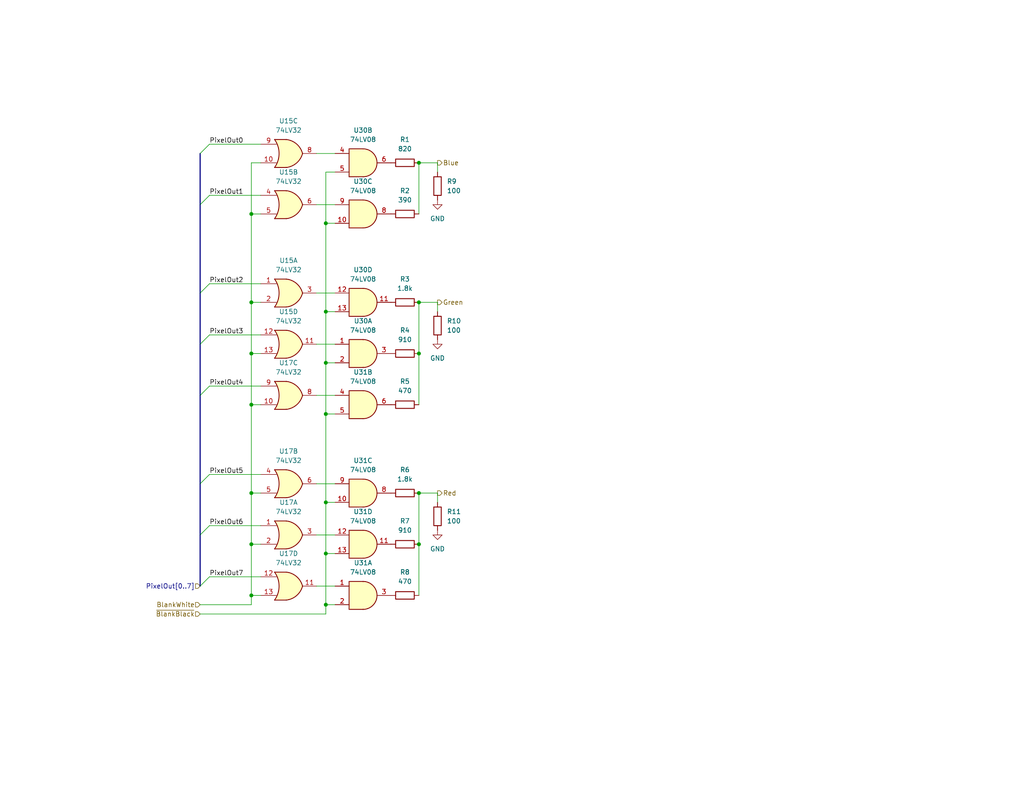
<source format=kicad_sch>
(kicad_sch (version 20230121) (generator eeschema)

  (uuid 4f9611cc-e404-403e-9fc5-ef71ac81464a)

  (paper "USLetter")

  (title_block
    (title "6502 Framebuffer: DAC")
  )

  (lib_symbols
    (symbol "74xx:74LS08" (pin_names (offset 1.016)) (in_bom yes) (on_board yes)
      (property "Reference" "U" (at 0 1.27 0)
        (effects (font (size 1.27 1.27)))
      )
      (property "Value" "74LS08" (at 0 -1.27 0)
        (effects (font (size 1.27 1.27)))
      )
      (property "Footprint" "" (at 0 0 0)
        (effects (font (size 1.27 1.27)) hide)
      )
      (property "Datasheet" "http://www.ti.com/lit/gpn/sn74LS08" (at 0 0 0)
        (effects (font (size 1.27 1.27)) hide)
      )
      (property "ki_locked" "" (at 0 0 0)
        (effects (font (size 1.27 1.27)))
      )
      (property "ki_keywords" "TTL and2" (at 0 0 0)
        (effects (font (size 1.27 1.27)) hide)
      )
      (property "ki_description" "Quad And2" (at 0 0 0)
        (effects (font (size 1.27 1.27)) hide)
      )
      (property "ki_fp_filters" "DIP*W7.62mm*" (at 0 0 0)
        (effects (font (size 1.27 1.27)) hide)
      )
      (symbol "74LS08_1_1"
        (arc (start 0 -3.81) (mid 3.7934 0) (end 0 3.81)
          (stroke (width 0.254) (type default))
          (fill (type background))
        )
        (polyline
          (pts
            (xy 0 3.81)
            (xy -3.81 3.81)
            (xy -3.81 -3.81)
            (xy 0 -3.81)
          )
          (stroke (width 0.254) (type default))
          (fill (type background))
        )
        (pin input line (at -7.62 2.54 0) (length 3.81)
          (name "~" (effects (font (size 1.27 1.27))))
          (number "1" (effects (font (size 1.27 1.27))))
        )
        (pin input line (at -7.62 -2.54 0) (length 3.81)
          (name "~" (effects (font (size 1.27 1.27))))
          (number "2" (effects (font (size 1.27 1.27))))
        )
        (pin output line (at 7.62 0 180) (length 3.81)
          (name "~" (effects (font (size 1.27 1.27))))
          (number "3" (effects (font (size 1.27 1.27))))
        )
      )
      (symbol "74LS08_1_2"
        (arc (start -3.81 -3.81) (mid -2.589 0) (end -3.81 3.81)
          (stroke (width 0.254) (type default))
          (fill (type none))
        )
        (arc (start -0.6096 -3.81) (mid 2.1842 -2.5851) (end 3.81 0)
          (stroke (width 0.254) (type default))
          (fill (type background))
        )
        (polyline
          (pts
            (xy -3.81 -3.81)
            (xy -0.635 -3.81)
          )
          (stroke (width 0.254) (type default))
          (fill (type background))
        )
        (polyline
          (pts
            (xy -3.81 3.81)
            (xy -0.635 3.81)
          )
          (stroke (width 0.254) (type default))
          (fill (type background))
        )
        (polyline
          (pts
            (xy -0.635 3.81)
            (xy -3.81 3.81)
            (xy -3.81 3.81)
            (xy -3.556 3.4036)
            (xy -3.0226 2.2606)
            (xy -2.6924 1.0414)
            (xy -2.6162 -0.254)
            (xy -2.7686 -1.4986)
            (xy -3.175 -2.7178)
            (xy -3.81 -3.81)
            (xy -3.81 -3.81)
            (xy -0.635 -3.81)
          )
          (stroke (width -25.4) (type default))
          (fill (type background))
        )
        (arc (start 3.81 0) (mid 2.1915 2.5936) (end -0.6096 3.81)
          (stroke (width 0.254) (type default))
          (fill (type background))
        )
        (pin input inverted (at -7.62 2.54 0) (length 4.318)
          (name "~" (effects (font (size 1.27 1.27))))
          (number "1" (effects (font (size 1.27 1.27))))
        )
        (pin input inverted (at -7.62 -2.54 0) (length 4.318)
          (name "~" (effects (font (size 1.27 1.27))))
          (number "2" (effects (font (size 1.27 1.27))))
        )
        (pin output inverted (at 7.62 0 180) (length 3.81)
          (name "~" (effects (font (size 1.27 1.27))))
          (number "3" (effects (font (size 1.27 1.27))))
        )
      )
      (symbol "74LS08_2_1"
        (arc (start 0 -3.81) (mid 3.7934 0) (end 0 3.81)
          (stroke (width 0.254) (type default))
          (fill (type background))
        )
        (polyline
          (pts
            (xy 0 3.81)
            (xy -3.81 3.81)
            (xy -3.81 -3.81)
            (xy 0 -3.81)
          )
          (stroke (width 0.254) (type default))
          (fill (type background))
        )
        (pin input line (at -7.62 2.54 0) (length 3.81)
          (name "~" (effects (font (size 1.27 1.27))))
          (number "4" (effects (font (size 1.27 1.27))))
        )
        (pin input line (at -7.62 -2.54 0) (length 3.81)
          (name "~" (effects (font (size 1.27 1.27))))
          (number "5" (effects (font (size 1.27 1.27))))
        )
        (pin output line (at 7.62 0 180) (length 3.81)
          (name "~" (effects (font (size 1.27 1.27))))
          (number "6" (effects (font (size 1.27 1.27))))
        )
      )
      (symbol "74LS08_2_2"
        (arc (start -3.81 -3.81) (mid -2.589 0) (end -3.81 3.81)
          (stroke (width 0.254) (type default))
          (fill (type none))
        )
        (arc (start -0.6096 -3.81) (mid 2.1842 -2.5851) (end 3.81 0)
          (stroke (width 0.254) (type default))
          (fill (type background))
        )
        (polyline
          (pts
            (xy -3.81 -3.81)
            (xy -0.635 -3.81)
          )
          (stroke (width 0.254) (type default))
          (fill (type background))
        )
        (polyline
          (pts
            (xy -3.81 3.81)
            (xy -0.635 3.81)
          )
          (stroke (width 0.254) (type default))
          (fill (type background))
        )
        (polyline
          (pts
            (xy -0.635 3.81)
            (xy -3.81 3.81)
            (xy -3.81 3.81)
            (xy -3.556 3.4036)
            (xy -3.0226 2.2606)
            (xy -2.6924 1.0414)
            (xy -2.6162 -0.254)
            (xy -2.7686 -1.4986)
            (xy -3.175 -2.7178)
            (xy -3.81 -3.81)
            (xy -3.81 -3.81)
            (xy -0.635 -3.81)
          )
          (stroke (width -25.4) (type default))
          (fill (type background))
        )
        (arc (start 3.81 0) (mid 2.1915 2.5936) (end -0.6096 3.81)
          (stroke (width 0.254) (type default))
          (fill (type background))
        )
        (pin input inverted (at -7.62 2.54 0) (length 4.318)
          (name "~" (effects (font (size 1.27 1.27))))
          (number "4" (effects (font (size 1.27 1.27))))
        )
        (pin input inverted (at -7.62 -2.54 0) (length 4.318)
          (name "~" (effects (font (size 1.27 1.27))))
          (number "5" (effects (font (size 1.27 1.27))))
        )
        (pin output inverted (at 7.62 0 180) (length 3.81)
          (name "~" (effects (font (size 1.27 1.27))))
          (number "6" (effects (font (size 1.27 1.27))))
        )
      )
      (symbol "74LS08_3_1"
        (arc (start 0 -3.81) (mid 3.7934 0) (end 0 3.81)
          (stroke (width 0.254) (type default))
          (fill (type background))
        )
        (polyline
          (pts
            (xy 0 3.81)
            (xy -3.81 3.81)
            (xy -3.81 -3.81)
            (xy 0 -3.81)
          )
          (stroke (width 0.254) (type default))
          (fill (type background))
        )
        (pin input line (at -7.62 -2.54 0) (length 3.81)
          (name "~" (effects (font (size 1.27 1.27))))
          (number "10" (effects (font (size 1.27 1.27))))
        )
        (pin output line (at 7.62 0 180) (length 3.81)
          (name "~" (effects (font (size 1.27 1.27))))
          (number "8" (effects (font (size 1.27 1.27))))
        )
        (pin input line (at -7.62 2.54 0) (length 3.81)
          (name "~" (effects (font (size 1.27 1.27))))
          (number "9" (effects (font (size 1.27 1.27))))
        )
      )
      (symbol "74LS08_3_2"
        (arc (start -3.81 -3.81) (mid -2.589 0) (end -3.81 3.81)
          (stroke (width 0.254) (type default))
          (fill (type none))
        )
        (arc (start -0.6096 -3.81) (mid 2.1842 -2.5851) (end 3.81 0)
          (stroke (width 0.254) (type default))
          (fill (type background))
        )
        (polyline
          (pts
            (xy -3.81 -3.81)
            (xy -0.635 -3.81)
          )
          (stroke (width 0.254) (type default))
          (fill (type background))
        )
        (polyline
          (pts
            (xy -3.81 3.81)
            (xy -0.635 3.81)
          )
          (stroke (width 0.254) (type default))
          (fill (type background))
        )
        (polyline
          (pts
            (xy -0.635 3.81)
            (xy -3.81 3.81)
            (xy -3.81 3.81)
            (xy -3.556 3.4036)
            (xy -3.0226 2.2606)
            (xy -2.6924 1.0414)
            (xy -2.6162 -0.254)
            (xy -2.7686 -1.4986)
            (xy -3.175 -2.7178)
            (xy -3.81 -3.81)
            (xy -3.81 -3.81)
            (xy -0.635 -3.81)
          )
          (stroke (width -25.4) (type default))
          (fill (type background))
        )
        (arc (start 3.81 0) (mid 2.1915 2.5936) (end -0.6096 3.81)
          (stroke (width 0.254) (type default))
          (fill (type background))
        )
        (pin input inverted (at -7.62 -2.54 0) (length 4.318)
          (name "~" (effects (font (size 1.27 1.27))))
          (number "10" (effects (font (size 1.27 1.27))))
        )
        (pin output inverted (at 7.62 0 180) (length 3.81)
          (name "~" (effects (font (size 1.27 1.27))))
          (number "8" (effects (font (size 1.27 1.27))))
        )
        (pin input inverted (at -7.62 2.54 0) (length 4.318)
          (name "~" (effects (font (size 1.27 1.27))))
          (number "9" (effects (font (size 1.27 1.27))))
        )
      )
      (symbol "74LS08_4_1"
        (arc (start 0 -3.81) (mid 3.7934 0) (end 0 3.81)
          (stroke (width 0.254) (type default))
          (fill (type background))
        )
        (polyline
          (pts
            (xy 0 3.81)
            (xy -3.81 3.81)
            (xy -3.81 -3.81)
            (xy 0 -3.81)
          )
          (stroke (width 0.254) (type default))
          (fill (type background))
        )
        (pin output line (at 7.62 0 180) (length 3.81)
          (name "~" (effects (font (size 1.27 1.27))))
          (number "11" (effects (font (size 1.27 1.27))))
        )
        (pin input line (at -7.62 2.54 0) (length 3.81)
          (name "~" (effects (font (size 1.27 1.27))))
          (number "12" (effects (font (size 1.27 1.27))))
        )
        (pin input line (at -7.62 -2.54 0) (length 3.81)
          (name "~" (effects (font (size 1.27 1.27))))
          (number "13" (effects (font (size 1.27 1.27))))
        )
      )
      (symbol "74LS08_4_2"
        (arc (start -3.81 -3.81) (mid -2.589 0) (end -3.81 3.81)
          (stroke (width 0.254) (type default))
          (fill (type none))
        )
        (arc (start -0.6096 -3.81) (mid 2.1842 -2.5851) (end 3.81 0)
          (stroke (width 0.254) (type default))
          (fill (type background))
        )
        (polyline
          (pts
            (xy -3.81 -3.81)
            (xy -0.635 -3.81)
          )
          (stroke (width 0.254) (type default))
          (fill (type background))
        )
        (polyline
          (pts
            (xy -3.81 3.81)
            (xy -0.635 3.81)
          )
          (stroke (width 0.254) (type default))
          (fill (type background))
        )
        (polyline
          (pts
            (xy -0.635 3.81)
            (xy -3.81 3.81)
            (xy -3.81 3.81)
            (xy -3.556 3.4036)
            (xy -3.0226 2.2606)
            (xy -2.6924 1.0414)
            (xy -2.6162 -0.254)
            (xy -2.7686 -1.4986)
            (xy -3.175 -2.7178)
            (xy -3.81 -3.81)
            (xy -3.81 -3.81)
            (xy -0.635 -3.81)
          )
          (stroke (width -25.4) (type default))
          (fill (type background))
        )
        (arc (start 3.81 0) (mid 2.1915 2.5936) (end -0.6096 3.81)
          (stroke (width 0.254) (type default))
          (fill (type background))
        )
        (pin output inverted (at 7.62 0 180) (length 3.81)
          (name "~" (effects (font (size 1.27 1.27))))
          (number "11" (effects (font (size 1.27 1.27))))
        )
        (pin input inverted (at -7.62 2.54 0) (length 4.318)
          (name "~" (effects (font (size 1.27 1.27))))
          (number "12" (effects (font (size 1.27 1.27))))
        )
        (pin input inverted (at -7.62 -2.54 0) (length 4.318)
          (name "~" (effects (font (size 1.27 1.27))))
          (number "13" (effects (font (size 1.27 1.27))))
        )
      )
      (symbol "74LS08_5_0"
        (pin power_in line (at 0 12.7 270) (length 5.08)
          (name "VCC" (effects (font (size 1.27 1.27))))
          (number "14" (effects (font (size 1.27 1.27))))
        )
        (pin power_in line (at 0 -12.7 90) (length 5.08)
          (name "GND" (effects (font (size 1.27 1.27))))
          (number "7" (effects (font (size 1.27 1.27))))
        )
      )
      (symbol "74LS08_5_1"
        (rectangle (start -5.08 7.62) (end 5.08 -7.62)
          (stroke (width 0.254) (type default))
          (fill (type background))
        )
      )
    )
    (symbol "74xx:74LS32" (pin_names (offset 1.016)) (in_bom yes) (on_board yes)
      (property "Reference" "U" (at 0 1.27 0)
        (effects (font (size 1.27 1.27)))
      )
      (property "Value" "74LS32" (at 0 -1.27 0)
        (effects (font (size 1.27 1.27)))
      )
      (property "Footprint" "" (at 0 0 0)
        (effects (font (size 1.27 1.27)) hide)
      )
      (property "Datasheet" "http://www.ti.com/lit/gpn/sn74LS32" (at 0 0 0)
        (effects (font (size 1.27 1.27)) hide)
      )
      (property "ki_locked" "" (at 0 0 0)
        (effects (font (size 1.27 1.27)))
      )
      (property "ki_keywords" "TTL Or2" (at 0 0 0)
        (effects (font (size 1.27 1.27)) hide)
      )
      (property "ki_description" "Quad 2-input OR" (at 0 0 0)
        (effects (font (size 1.27 1.27)) hide)
      )
      (property "ki_fp_filters" "DIP?14*" (at 0 0 0)
        (effects (font (size 1.27 1.27)) hide)
      )
      (symbol "74LS32_1_1"
        (arc (start -3.81 -3.81) (mid -2.589 0) (end -3.81 3.81)
          (stroke (width 0.254) (type default))
          (fill (type none))
        )
        (arc (start -0.6096 -3.81) (mid 2.1842 -2.5851) (end 3.81 0)
          (stroke (width 0.254) (type default))
          (fill (type background))
        )
        (polyline
          (pts
            (xy -3.81 -3.81)
            (xy -0.635 -3.81)
          )
          (stroke (width 0.254) (type default))
          (fill (type background))
        )
        (polyline
          (pts
            (xy -3.81 3.81)
            (xy -0.635 3.81)
          )
          (stroke (width 0.254) (type default))
          (fill (type background))
        )
        (polyline
          (pts
            (xy -0.635 3.81)
            (xy -3.81 3.81)
            (xy -3.81 3.81)
            (xy -3.556 3.4036)
            (xy -3.0226 2.2606)
            (xy -2.6924 1.0414)
            (xy -2.6162 -0.254)
            (xy -2.7686 -1.4986)
            (xy -3.175 -2.7178)
            (xy -3.81 -3.81)
            (xy -3.81 -3.81)
            (xy -0.635 -3.81)
          )
          (stroke (width -25.4) (type default))
          (fill (type background))
        )
        (arc (start 3.81 0) (mid 2.1915 2.5936) (end -0.6096 3.81)
          (stroke (width 0.254) (type default))
          (fill (type background))
        )
        (pin input line (at -7.62 2.54 0) (length 4.318)
          (name "~" (effects (font (size 1.27 1.27))))
          (number "1" (effects (font (size 1.27 1.27))))
        )
        (pin input line (at -7.62 -2.54 0) (length 4.318)
          (name "~" (effects (font (size 1.27 1.27))))
          (number "2" (effects (font (size 1.27 1.27))))
        )
        (pin output line (at 7.62 0 180) (length 3.81)
          (name "~" (effects (font (size 1.27 1.27))))
          (number "3" (effects (font (size 1.27 1.27))))
        )
      )
      (symbol "74LS32_1_2"
        (arc (start 0 -3.81) (mid 3.7934 0) (end 0 3.81)
          (stroke (width 0.254) (type default))
          (fill (type background))
        )
        (polyline
          (pts
            (xy 0 3.81)
            (xy -3.81 3.81)
            (xy -3.81 -3.81)
            (xy 0 -3.81)
          )
          (stroke (width 0.254) (type default))
          (fill (type background))
        )
        (pin input inverted (at -7.62 2.54 0) (length 3.81)
          (name "~" (effects (font (size 1.27 1.27))))
          (number "1" (effects (font (size 1.27 1.27))))
        )
        (pin input inverted (at -7.62 -2.54 0) (length 3.81)
          (name "~" (effects (font (size 1.27 1.27))))
          (number "2" (effects (font (size 1.27 1.27))))
        )
        (pin output inverted (at 7.62 0 180) (length 3.81)
          (name "~" (effects (font (size 1.27 1.27))))
          (number "3" (effects (font (size 1.27 1.27))))
        )
      )
      (symbol "74LS32_2_1"
        (arc (start -3.81 -3.81) (mid -2.589 0) (end -3.81 3.81)
          (stroke (width 0.254) (type default))
          (fill (type none))
        )
        (arc (start -0.6096 -3.81) (mid 2.1842 -2.5851) (end 3.81 0)
          (stroke (width 0.254) (type default))
          (fill (type background))
        )
        (polyline
          (pts
            (xy -3.81 -3.81)
            (xy -0.635 -3.81)
          )
          (stroke (width 0.254) (type default))
          (fill (type background))
        )
        (polyline
          (pts
            (xy -3.81 3.81)
            (xy -0.635 3.81)
          )
          (stroke (width 0.254) (type default))
          (fill (type background))
        )
        (polyline
          (pts
            (xy -0.635 3.81)
            (xy -3.81 3.81)
            (xy -3.81 3.81)
            (xy -3.556 3.4036)
            (xy -3.0226 2.2606)
            (xy -2.6924 1.0414)
            (xy -2.6162 -0.254)
            (xy -2.7686 -1.4986)
            (xy -3.175 -2.7178)
            (xy -3.81 -3.81)
            (xy -3.81 -3.81)
            (xy -0.635 -3.81)
          )
          (stroke (width -25.4) (type default))
          (fill (type background))
        )
        (arc (start 3.81 0) (mid 2.1915 2.5936) (end -0.6096 3.81)
          (stroke (width 0.254) (type default))
          (fill (type background))
        )
        (pin input line (at -7.62 2.54 0) (length 4.318)
          (name "~" (effects (font (size 1.27 1.27))))
          (number "4" (effects (font (size 1.27 1.27))))
        )
        (pin input line (at -7.62 -2.54 0) (length 4.318)
          (name "~" (effects (font (size 1.27 1.27))))
          (number "5" (effects (font (size 1.27 1.27))))
        )
        (pin output line (at 7.62 0 180) (length 3.81)
          (name "~" (effects (font (size 1.27 1.27))))
          (number "6" (effects (font (size 1.27 1.27))))
        )
      )
      (symbol "74LS32_2_2"
        (arc (start 0 -3.81) (mid 3.7934 0) (end 0 3.81)
          (stroke (width 0.254) (type default))
          (fill (type background))
        )
        (polyline
          (pts
            (xy 0 3.81)
            (xy -3.81 3.81)
            (xy -3.81 -3.81)
            (xy 0 -3.81)
          )
          (stroke (width 0.254) (type default))
          (fill (type background))
        )
        (pin input inverted (at -7.62 2.54 0) (length 3.81)
          (name "~" (effects (font (size 1.27 1.27))))
          (number "4" (effects (font (size 1.27 1.27))))
        )
        (pin input inverted (at -7.62 -2.54 0) (length 3.81)
          (name "~" (effects (font (size 1.27 1.27))))
          (number "5" (effects (font (size 1.27 1.27))))
        )
        (pin output inverted (at 7.62 0 180) (length 3.81)
          (name "~" (effects (font (size 1.27 1.27))))
          (number "6" (effects (font (size 1.27 1.27))))
        )
      )
      (symbol "74LS32_3_1"
        (arc (start -3.81 -3.81) (mid -2.589 0) (end -3.81 3.81)
          (stroke (width 0.254) (type default))
          (fill (type none))
        )
        (arc (start -0.6096 -3.81) (mid 2.1842 -2.5851) (end 3.81 0)
          (stroke (width 0.254) (type default))
          (fill (type background))
        )
        (polyline
          (pts
            (xy -3.81 -3.81)
            (xy -0.635 -3.81)
          )
          (stroke (width 0.254) (type default))
          (fill (type background))
        )
        (polyline
          (pts
            (xy -3.81 3.81)
            (xy -0.635 3.81)
          )
          (stroke (width 0.254) (type default))
          (fill (type background))
        )
        (polyline
          (pts
            (xy -0.635 3.81)
            (xy -3.81 3.81)
            (xy -3.81 3.81)
            (xy -3.556 3.4036)
            (xy -3.0226 2.2606)
            (xy -2.6924 1.0414)
            (xy -2.6162 -0.254)
            (xy -2.7686 -1.4986)
            (xy -3.175 -2.7178)
            (xy -3.81 -3.81)
            (xy -3.81 -3.81)
            (xy -0.635 -3.81)
          )
          (stroke (width -25.4) (type default))
          (fill (type background))
        )
        (arc (start 3.81 0) (mid 2.1915 2.5936) (end -0.6096 3.81)
          (stroke (width 0.254) (type default))
          (fill (type background))
        )
        (pin input line (at -7.62 -2.54 0) (length 4.318)
          (name "~" (effects (font (size 1.27 1.27))))
          (number "10" (effects (font (size 1.27 1.27))))
        )
        (pin output line (at 7.62 0 180) (length 3.81)
          (name "~" (effects (font (size 1.27 1.27))))
          (number "8" (effects (font (size 1.27 1.27))))
        )
        (pin input line (at -7.62 2.54 0) (length 4.318)
          (name "~" (effects (font (size 1.27 1.27))))
          (number "9" (effects (font (size 1.27 1.27))))
        )
      )
      (symbol "74LS32_3_2"
        (arc (start 0 -3.81) (mid 3.7934 0) (end 0 3.81)
          (stroke (width 0.254) (type default))
          (fill (type background))
        )
        (polyline
          (pts
            (xy 0 3.81)
            (xy -3.81 3.81)
            (xy -3.81 -3.81)
            (xy 0 -3.81)
          )
          (stroke (width 0.254) (type default))
          (fill (type background))
        )
        (pin input inverted (at -7.62 -2.54 0) (length 3.81)
          (name "~" (effects (font (size 1.27 1.27))))
          (number "10" (effects (font (size 1.27 1.27))))
        )
        (pin output inverted (at 7.62 0 180) (length 3.81)
          (name "~" (effects (font (size 1.27 1.27))))
          (number "8" (effects (font (size 1.27 1.27))))
        )
        (pin input inverted (at -7.62 2.54 0) (length 3.81)
          (name "~" (effects (font (size 1.27 1.27))))
          (number "9" (effects (font (size 1.27 1.27))))
        )
      )
      (symbol "74LS32_4_1"
        (arc (start -3.81 -3.81) (mid -2.589 0) (end -3.81 3.81)
          (stroke (width 0.254) (type default))
          (fill (type none))
        )
        (arc (start -0.6096 -3.81) (mid 2.1842 -2.5851) (end 3.81 0)
          (stroke (width 0.254) (type default))
          (fill (type background))
        )
        (polyline
          (pts
            (xy -3.81 -3.81)
            (xy -0.635 -3.81)
          )
          (stroke (width 0.254) (type default))
          (fill (type background))
        )
        (polyline
          (pts
            (xy -3.81 3.81)
            (xy -0.635 3.81)
          )
          (stroke (width 0.254) (type default))
          (fill (type background))
        )
        (polyline
          (pts
            (xy -0.635 3.81)
            (xy -3.81 3.81)
            (xy -3.81 3.81)
            (xy -3.556 3.4036)
            (xy -3.0226 2.2606)
            (xy -2.6924 1.0414)
            (xy -2.6162 -0.254)
            (xy -2.7686 -1.4986)
            (xy -3.175 -2.7178)
            (xy -3.81 -3.81)
            (xy -3.81 -3.81)
            (xy -0.635 -3.81)
          )
          (stroke (width -25.4) (type default))
          (fill (type background))
        )
        (arc (start 3.81 0) (mid 2.1915 2.5936) (end -0.6096 3.81)
          (stroke (width 0.254) (type default))
          (fill (type background))
        )
        (pin output line (at 7.62 0 180) (length 3.81)
          (name "~" (effects (font (size 1.27 1.27))))
          (number "11" (effects (font (size 1.27 1.27))))
        )
        (pin input line (at -7.62 2.54 0) (length 4.318)
          (name "~" (effects (font (size 1.27 1.27))))
          (number "12" (effects (font (size 1.27 1.27))))
        )
        (pin input line (at -7.62 -2.54 0) (length 4.318)
          (name "~" (effects (font (size 1.27 1.27))))
          (number "13" (effects (font (size 1.27 1.27))))
        )
      )
      (symbol "74LS32_4_2"
        (arc (start 0 -3.81) (mid 3.7934 0) (end 0 3.81)
          (stroke (width 0.254) (type default))
          (fill (type background))
        )
        (polyline
          (pts
            (xy 0 3.81)
            (xy -3.81 3.81)
            (xy -3.81 -3.81)
            (xy 0 -3.81)
          )
          (stroke (width 0.254) (type default))
          (fill (type background))
        )
        (pin output inverted (at 7.62 0 180) (length 3.81)
          (name "~" (effects (font (size 1.27 1.27))))
          (number "11" (effects (font (size 1.27 1.27))))
        )
        (pin input inverted (at -7.62 2.54 0) (length 3.81)
          (name "~" (effects (font (size 1.27 1.27))))
          (number "12" (effects (font (size 1.27 1.27))))
        )
        (pin input inverted (at -7.62 -2.54 0) (length 3.81)
          (name "~" (effects (font (size 1.27 1.27))))
          (number "13" (effects (font (size 1.27 1.27))))
        )
      )
      (symbol "74LS32_5_0"
        (pin power_in line (at 0 12.7 270) (length 5.08)
          (name "VCC" (effects (font (size 1.27 1.27))))
          (number "14" (effects (font (size 1.27 1.27))))
        )
        (pin power_in line (at 0 -12.7 90) (length 5.08)
          (name "GND" (effects (font (size 1.27 1.27))))
          (number "7" (effects (font (size 1.27 1.27))))
        )
      )
      (symbol "74LS32_5_1"
        (rectangle (start -5.08 7.62) (end 5.08 -7.62)
          (stroke (width 0.254) (type default))
          (fill (type background))
        )
      )
    )
    (symbol "Device:R" (pin_numbers hide) (pin_names (offset 0)) (in_bom yes) (on_board yes)
      (property "Reference" "R" (at 2.032 0 90)
        (effects (font (size 1.27 1.27)))
      )
      (property "Value" "R" (at 0 0 90)
        (effects (font (size 1.27 1.27)))
      )
      (property "Footprint" "" (at -1.778 0 90)
        (effects (font (size 1.27 1.27)) hide)
      )
      (property "Datasheet" "~" (at 0 0 0)
        (effects (font (size 1.27 1.27)) hide)
      )
      (property "ki_keywords" "R res resistor" (at 0 0 0)
        (effects (font (size 1.27 1.27)) hide)
      )
      (property "ki_description" "Resistor" (at 0 0 0)
        (effects (font (size 1.27 1.27)) hide)
      )
      (property "ki_fp_filters" "R_*" (at 0 0 0)
        (effects (font (size 1.27 1.27)) hide)
      )
      (symbol "R_0_1"
        (rectangle (start -1.016 -2.54) (end 1.016 2.54)
          (stroke (width 0.254) (type default))
          (fill (type none))
        )
      )
      (symbol "R_1_1"
        (pin passive line (at 0 3.81 270) (length 1.27)
          (name "~" (effects (font (size 1.27 1.27))))
          (number "1" (effects (font (size 1.27 1.27))))
        )
        (pin passive line (at 0 -3.81 90) (length 1.27)
          (name "~" (effects (font (size 1.27 1.27))))
          (number "2" (effects (font (size 1.27 1.27))))
        )
      )
    )
    (symbol "power:GND" (power) (pin_names (offset 0)) (in_bom yes) (on_board yes)
      (property "Reference" "#PWR" (at 0 -6.35 0)
        (effects (font (size 1.27 1.27)) hide)
      )
      (property "Value" "GND" (at 0 -3.81 0)
        (effects (font (size 1.27 1.27)))
      )
      (property "Footprint" "" (at 0 0 0)
        (effects (font (size 1.27 1.27)) hide)
      )
      (property "Datasheet" "" (at 0 0 0)
        (effects (font (size 1.27 1.27)) hide)
      )
      (property "ki_keywords" "global power" (at 0 0 0)
        (effects (font (size 1.27 1.27)) hide)
      )
      (property "ki_description" "Power symbol creates a global label with name \"GND\" , ground" (at 0 0 0)
        (effects (font (size 1.27 1.27)) hide)
      )
      (symbol "GND_0_1"
        (polyline
          (pts
            (xy 0 0)
            (xy 0 -1.27)
            (xy 1.27 -1.27)
            (xy 0 -2.54)
            (xy -1.27 -1.27)
            (xy 0 -1.27)
          )
          (stroke (width 0) (type default))
          (fill (type none))
        )
      )
      (symbol "GND_1_1"
        (pin power_in line (at 0 0 270) (length 0) hide
          (name "GND" (effects (font (size 1.27 1.27))))
          (number "1" (effects (font (size 1.27 1.27))))
        )
      )
    )
  )

  (junction (at 68.58 134.62) (diameter 0) (color 0 0 0 0)
    (uuid 02d50dad-8821-4941-99fe-63c20c9f437d)
  )
  (junction (at 114.3 82.55) (diameter 0) (color 0 0 0 0)
    (uuid 17276c9e-82be-423a-bea9-5793c0ded442)
  )
  (junction (at 68.58 96.52) (diameter 0) (color 0 0 0 0)
    (uuid 2028296c-efa7-44fb-911b-308055a0225e)
  )
  (junction (at 114.3 134.62) (diameter 0) (color 0 0 0 0)
    (uuid 29b3b225-9630-45d8-a1aa-6be67396eb11)
  )
  (junction (at 68.58 148.59) (diameter 0) (color 0 0 0 0)
    (uuid 48fbf856-3c4f-4529-934c-a852de810dda)
  )
  (junction (at 88.9 151.13) (diameter 0) (color 0 0 0 0)
    (uuid 5015c044-a8c3-4db8-9d1d-4d00623b8f5d)
  )
  (junction (at 88.9 60.96) (diameter 0) (color 0 0 0 0)
    (uuid 5e0388da-fcef-4c72-97f5-6a73ea55fae6)
  )
  (junction (at 68.58 82.55) (diameter 0) (color 0 0 0 0)
    (uuid 62837c15-833d-46dd-9ae8-0cebae0fd591)
  )
  (junction (at 114.3 44.45) (diameter 0) (color 0 0 0 0)
    (uuid 63a9a85b-801c-4c77-93f5-ddd13c946fdc)
  )
  (junction (at 88.9 165.1) (diameter 0) (color 0 0 0 0)
    (uuid 8d388c6e-1e40-413c-ac0d-da31bcf21caf)
  )
  (junction (at 114.3 148.59) (diameter 0) (color 0 0 0 0)
    (uuid 94003a01-49bd-4951-b47c-62f95e48adcc)
  )
  (junction (at 88.9 113.03) (diameter 0) (color 0 0 0 0)
    (uuid 97f9d79c-db12-4fd0-9304-14718bdf9ef8)
  )
  (junction (at 88.9 99.06) (diameter 0) (color 0 0 0 0)
    (uuid c44f3c02-d95f-419b-b661-0b1662fc9135)
  )
  (junction (at 114.3 96.52) (diameter 0) (color 0 0 0 0)
    (uuid cf9bf7c6-d611-402f-82b8-6481834afd98)
  )
  (junction (at 88.9 137.16) (diameter 0) (color 0 0 0 0)
    (uuid dfcb3abf-f378-48da-aa1f-69c6bea2d5ce)
  )
  (junction (at 68.58 162.56) (diameter 0) (color 0 0 0 0)
    (uuid ea619728-d702-40dc-afd2-932010d3081d)
  )
  (junction (at 68.58 58.42) (diameter 0) (color 0 0 0 0)
    (uuid ef7a6039-b849-4a77-8238-26815f45d2d4)
  )
  (junction (at 68.58 110.49) (diameter 0) (color 0 0 0 0)
    (uuid f9a6868a-01ad-4b1e-970f-9a08b3c2327b)
  )
  (junction (at 88.9 85.09) (diameter 0) (color 0 0 0 0)
    (uuid fbc40271-f4f5-4e81-a843-474da42666a0)
  )

  (bus_entry (at 57.15 91.44) (size -2.54 2.54)
    (stroke (width 0) (type default))
    (uuid 0225c06f-7eb0-489d-94ca-d1227dbf37af)
  )
  (bus_entry (at 57.15 53.34) (size -2.54 2.54)
    (stroke (width 0) (type default))
    (uuid 05fd29a3-e457-4992-a12a-cbfb6aa7d15f)
  )
  (bus_entry (at 57.15 157.48) (size -2.54 2.54)
    (stroke (width 0) (type default))
    (uuid 2d5deacf-2be8-44b8-976d-eb91c05d3256)
  )
  (bus_entry (at 57.15 77.47) (size -2.54 2.54)
    (stroke (width 0) (type default))
    (uuid 74cf0da1-5c51-4248-ba28-2365c143ebe3)
  )
  (bus_entry (at 57.15 39.37) (size -2.54 2.54)
    (stroke (width 0) (type default))
    (uuid 79ed958a-8e7a-47cc-a503-ba3b71b56866)
  )
  (bus_entry (at 57.15 143.51) (size -2.54 2.54)
    (stroke (width 0) (type default))
    (uuid 93074564-8849-4a69-a69b-47b943345fad)
  )
  (bus_entry (at 57.15 105.41) (size -2.54 2.54)
    (stroke (width 0) (type default))
    (uuid b46ed77b-ae0c-43cf-bfdd-506fd69a6c8a)
  )
  (bus_entry (at 57.15 129.54) (size -2.54 2.54)
    (stroke (width 0) (type default))
    (uuid c53bc312-35ee-483c-8aee-c2afa60b76a2)
  )

  (wire (pts (xy 57.15 91.44) (xy 71.12 91.44))
    (stroke (width 0) (type default))
    (uuid 00060c28-e2ac-4351-a15e-44a7167bb7a5)
  )
  (wire (pts (xy 119.38 44.45) (xy 119.38 46.99))
    (stroke (width 0) (type default))
    (uuid 04b7fadf-3566-4a19-8c01-0a014e7e024b)
  )
  (wire (pts (xy 86.36 41.91) (xy 91.44 41.91))
    (stroke (width 0) (type default))
    (uuid 0895f63b-f37c-44d8-9e5d-99d4523307f5)
  )
  (wire (pts (xy 88.9 165.1) (xy 88.9 151.13))
    (stroke (width 0) (type default))
    (uuid 0a97bd30-be32-4ee7-b069-65d0cfbe59eb)
  )
  (wire (pts (xy 88.9 113.03) (xy 91.44 113.03))
    (stroke (width 0) (type default))
    (uuid 0ac3cd98-34d8-4f7e-9510-92b592f91eb5)
  )
  (wire (pts (xy 88.9 60.96) (xy 91.44 60.96))
    (stroke (width 0) (type default))
    (uuid 0b0dffdc-8113-4a96-b6f8-9c4b0d037b97)
  )
  (wire (pts (xy 57.15 157.48) (xy 71.12 157.48))
    (stroke (width 0) (type default))
    (uuid 13ab5ddb-0f14-4c93-8304-03b97a0f485b)
  )
  (wire (pts (xy 57.15 129.54) (xy 71.12 129.54))
    (stroke (width 0) (type default))
    (uuid 1681d2a6-c9c2-4228-8851-882989b851d2)
  )
  (wire (pts (xy 68.58 110.49) (xy 68.58 134.62))
    (stroke (width 0) (type default))
    (uuid 289aa89a-ce82-492b-af70-228a534acade)
  )
  (wire (pts (xy 68.58 134.62) (xy 68.58 148.59))
    (stroke (width 0) (type default))
    (uuid 2e4e80a8-ef86-4712-8063-af7f6a067af1)
  )
  (wire (pts (xy 86.36 80.01) (xy 91.44 80.01))
    (stroke (width 0) (type default))
    (uuid 2ed58f04-02c1-4426-a758-c8cd7c58bd72)
  )
  (bus (pts (xy 54.61 132.08) (xy 54.61 146.05))
    (stroke (width 0) (type default))
    (uuid 369af102-e7e4-41e0-b977-86f4e01cd11b)
  )

  (wire (pts (xy 88.9 113.03) (xy 88.9 137.16))
    (stroke (width 0) (type default))
    (uuid 36e5dd16-8f96-410b-bd9e-d85c191c8b1e)
  )
  (wire (pts (xy 119.38 82.55) (xy 114.3 82.55))
    (stroke (width 0) (type default))
    (uuid 3735b466-2064-4c9d-bdcc-e5ee6fc5632a)
  )
  (bus (pts (xy 54.61 93.98) (xy 54.61 107.95))
    (stroke (width 0) (type default))
    (uuid 37c51db3-bbbd-4bfb-8573-2e664a5a1b10)
  )

  (wire (pts (xy 119.38 137.16) (xy 119.38 134.62))
    (stroke (width 0) (type default))
    (uuid 3f700f86-1d50-488a-96d2-52e5827ec838)
  )
  (wire (pts (xy 88.9 99.06) (xy 88.9 85.09))
    (stroke (width 0) (type default))
    (uuid 4680bc5b-669e-4134-9602-1c8fb1735b84)
  )
  (wire (pts (xy 68.58 134.62) (xy 71.12 134.62))
    (stroke (width 0) (type default))
    (uuid 4b23f1f0-e0d1-4c8e-a0d8-94bfbff193f5)
  )
  (wire (pts (xy 68.58 110.49) (xy 71.12 110.49))
    (stroke (width 0) (type default))
    (uuid 4fa6ae44-9620-4583-80a0-f4cf5d3c5ec5)
  )
  (wire (pts (xy 88.9 60.96) (xy 88.9 85.09))
    (stroke (width 0) (type default))
    (uuid 52a79e3e-cf25-42d6-8b90-b97681b792b5)
  )
  (wire (pts (xy 68.58 148.59) (xy 68.58 162.56))
    (stroke (width 0) (type default))
    (uuid 52cea608-8f03-49f4-8df7-adbf97807402)
  )
  (wire (pts (xy 54.61 165.1) (xy 68.58 165.1))
    (stroke (width 0) (type default))
    (uuid 5564f1a1-717d-4b3b-bb1b-88d6c3a71407)
  )
  (wire (pts (xy 91.44 165.1) (xy 88.9 165.1))
    (stroke (width 0) (type default))
    (uuid 580651c7-2363-4ace-9f79-c3dc103c5af1)
  )
  (wire (pts (xy 68.58 165.1) (xy 68.58 162.56))
    (stroke (width 0) (type default))
    (uuid 58a428de-28b3-49f3-be67-a8765c4f62fe)
  )
  (wire (pts (xy 88.9 85.09) (xy 91.44 85.09))
    (stroke (width 0) (type default))
    (uuid 5ad088b2-3da8-42d4-911a-16db096251dd)
  )
  (wire (pts (xy 71.12 44.45) (xy 68.58 44.45))
    (stroke (width 0) (type default))
    (uuid 5bc3bc4f-8bd8-4414-a06f-2187ba2e4ed0)
  )
  (wire (pts (xy 88.9 151.13) (xy 91.44 151.13))
    (stroke (width 0) (type default))
    (uuid 60570903-2222-4f67-8438-4299d83a7402)
  )
  (wire (pts (xy 86.36 146.05) (xy 91.44 146.05))
    (stroke (width 0) (type default))
    (uuid 6157f0ff-bc57-443a-9c3a-3826f4ec79eb)
  )
  (wire (pts (xy 68.58 58.42) (xy 71.12 58.42))
    (stroke (width 0) (type default))
    (uuid 659c0094-17ad-451e-9341-b24394bd86c2)
  )
  (wire (pts (xy 88.9 99.06) (xy 91.44 99.06))
    (stroke (width 0) (type default))
    (uuid 6741492a-a31c-42ef-bf55-7063c0b84a18)
  )
  (bus (pts (xy 54.61 55.88) (xy 54.61 80.01))
    (stroke (width 0) (type default))
    (uuid 69abc444-4671-43fa-ba22-e9548bcbd27a)
  )

  (wire (pts (xy 114.3 96.52) (xy 114.3 110.49))
    (stroke (width 0) (type default))
    (uuid 6b589c10-3d15-4928-85e3-66117c6798f5)
  )
  (wire (pts (xy 86.36 93.98) (xy 91.44 93.98))
    (stroke (width 0) (type default))
    (uuid 6bdb8cdb-5ac5-4f89-a8c3-4685d1982fea)
  )
  (wire (pts (xy 86.36 107.95) (xy 91.44 107.95))
    (stroke (width 0) (type default))
    (uuid 6d9333e1-cb9d-49ef-acfd-aebb6533a488)
  )
  (wire (pts (xy 88.9 167.64) (xy 88.9 165.1))
    (stroke (width 0) (type default))
    (uuid 6e895a59-8234-4f59-90ab-16c570d6046c)
  )
  (wire (pts (xy 88.9 60.96) (xy 88.9 46.99))
    (stroke (width 0) (type default))
    (uuid 6ec3b6e0-f64e-4d81-badf-d195737d06c3)
  )
  (wire (pts (xy 68.58 58.42) (xy 68.58 82.55))
    (stroke (width 0) (type default))
    (uuid 7648d151-410f-489a-8c29-5c7806035297)
  )
  (wire (pts (xy 57.15 77.47) (xy 71.12 77.47))
    (stroke (width 0) (type default))
    (uuid 766dec67-dc46-44c6-9d43-4e4091b433fa)
  )
  (wire (pts (xy 68.58 96.52) (xy 68.58 110.49))
    (stroke (width 0) (type default))
    (uuid 7a91cd13-ee90-49e3-a9ae-2d4d3502b03a)
  )
  (bus (pts (xy 54.61 41.91) (xy 54.61 55.88))
    (stroke (width 0) (type default))
    (uuid 7ba0ac42-6dea-40dd-8f3e-0996761d54ec)
  )

  (wire (pts (xy 114.3 44.45) (xy 114.3 58.42))
    (stroke (width 0) (type default))
    (uuid 7e3e72b0-bfc1-4fd1-8380-8f4b89f6f53c)
  )
  (wire (pts (xy 86.36 132.08) (xy 91.44 132.08))
    (stroke (width 0) (type default))
    (uuid 7ea9ee31-2c50-4600-9cd9-2b4e53b796f0)
  )
  (wire (pts (xy 68.58 82.55) (xy 71.12 82.55))
    (stroke (width 0) (type default))
    (uuid 7fb01d3c-d563-4fa6-90ee-fa8fc1fe44d7)
  )
  (wire (pts (xy 57.15 143.51) (xy 71.12 143.51))
    (stroke (width 0) (type default))
    (uuid 7ff74931-acc7-45c4-a388-35a82c4b2615)
  )
  (wire (pts (xy 86.36 55.88) (xy 91.44 55.88))
    (stroke (width 0) (type default))
    (uuid 8259eb4e-d929-40e3-bc59-d01d9eee8f15)
  )
  (wire (pts (xy 119.38 134.62) (xy 114.3 134.62))
    (stroke (width 0) (type default))
    (uuid 8a87c010-33d5-48f1-835a-815be256f44b)
  )
  (wire (pts (xy 68.58 44.45) (xy 68.58 58.42))
    (stroke (width 0) (type default))
    (uuid 8efce837-e4a2-4e82-b64f-e25f063e5c60)
  )
  (wire (pts (xy 88.9 137.16) (xy 91.44 137.16))
    (stroke (width 0) (type default))
    (uuid 95a625d6-e82f-40f9-beb3-8c4babf5115a)
  )
  (wire (pts (xy 68.58 96.52) (xy 71.12 96.52))
    (stroke (width 0) (type default))
    (uuid 97ff25fa-f78b-4424-9ece-92b8873d1f7c)
  )
  (wire (pts (xy 88.9 151.13) (xy 88.9 137.16))
    (stroke (width 0) (type default))
    (uuid a8d6a085-44b6-433a-9f03-8d0509873a03)
  )
  (wire (pts (xy 114.3 82.55) (xy 114.3 96.52))
    (stroke (width 0) (type default))
    (uuid abcd83c2-4137-4d22-8747-2460dfaf406c)
  )
  (wire (pts (xy 88.9 46.99) (xy 91.44 46.99))
    (stroke (width 0) (type default))
    (uuid ac0d51a5-7511-4549-99b1-838ebd846e55)
  )
  (wire (pts (xy 57.15 53.34) (xy 71.12 53.34))
    (stroke (width 0) (type default))
    (uuid ad9d5025-1139-497f-b304-a349e4ce5fe9)
  )
  (wire (pts (xy 86.36 160.02) (xy 91.44 160.02))
    (stroke (width 0) (type default))
    (uuid b4a55374-52b5-4c8b-982c-270bb6056401)
  )
  (wire (pts (xy 57.15 39.37) (xy 71.12 39.37))
    (stroke (width 0) (type default))
    (uuid baeeb273-0fc4-492a-943b-d2de2f52f371)
  )
  (wire (pts (xy 114.3 148.59) (xy 114.3 162.56))
    (stroke (width 0) (type default))
    (uuid c1cb436d-adca-4cd4-9284-f0ce1efd0d52)
  )
  (wire (pts (xy 57.15 105.41) (xy 71.12 105.41))
    (stroke (width 0) (type default))
    (uuid c36d926c-dbda-483d-b226-ce5bfe4be8b0)
  )
  (wire (pts (xy 114.3 134.62) (xy 114.3 148.59))
    (stroke (width 0) (type default))
    (uuid c988c255-2443-4d12-b2ab-c822e22476e1)
  )
  (bus (pts (xy 54.61 146.05) (xy 54.61 160.02))
    (stroke (width 0) (type default))
    (uuid d048cbe3-c31e-43c0-9a94-2396f71e8fa4)
  )

  (wire (pts (xy 119.38 85.09) (xy 119.38 82.55))
    (stroke (width 0) (type default))
    (uuid d5f30d7f-c3cb-4541-b138-1cca15017338)
  )
  (bus (pts (xy 54.61 107.95) (xy 54.61 132.08))
    (stroke (width 0) (type default))
    (uuid d95b9310-2430-41a4-96af-7bed0c9e2975)
  )

  (wire (pts (xy 68.58 82.55) (xy 68.58 96.52))
    (stroke (width 0) (type default))
    (uuid db69caec-d36a-4020-b8da-49d3d40d0a43)
  )
  (wire (pts (xy 88.9 113.03) (xy 88.9 99.06))
    (stroke (width 0) (type default))
    (uuid df098d3c-3492-48a2-baee-2b7c61b83a4f)
  )
  (wire (pts (xy 68.58 162.56) (xy 71.12 162.56))
    (stroke (width 0) (type default))
    (uuid e0ab6343-f997-47e1-82b5-497daad54439)
  )
  (wire (pts (xy 114.3 44.45) (xy 119.38 44.45))
    (stroke (width 0) (type default))
    (uuid e689bf40-2fe7-4b34-b938-669b06a094ba)
  )
  (bus (pts (xy 54.61 80.01) (xy 54.61 93.98))
    (stroke (width 0) (type default))
    (uuid ea0baae5-1e05-4c29-a43b-a7ee7edd04d2)
  )

  (wire (pts (xy 54.61 167.64) (xy 88.9 167.64))
    (stroke (width 0) (type default))
    (uuid f91e08cd-9de5-4216-98fe-eb03f9acb52f)
  )
  (wire (pts (xy 68.58 148.59) (xy 71.12 148.59))
    (stroke (width 0) (type default))
    (uuid f98c07e7-7ce2-4025-a805-086f663fa926)
  )

  (label "PixelOut2" (at 57.15 77.47 0) (fields_autoplaced)
    (effects (font (size 1.27 1.27)) (justify left bottom))
    (uuid 18b3656f-1abd-4c87-97c6-476d90f8d2b4)
  )
  (label "PixelOut4" (at 57.15 105.41 0) (fields_autoplaced)
    (effects (font (size 1.27 1.27)) (justify left bottom))
    (uuid 34ade42f-4387-4dbd-b5ff-cb3fb0f4fd4d)
  )
  (label "PixelOut6" (at 57.15 143.51 0) (fields_autoplaced)
    (effects (font (size 1.27 1.27)) (justify left bottom))
    (uuid 55ceb3a4-4250-482a-b29d-9cd2a26d4fa2)
  )
  (label "PixelOut3" (at 57.15 91.44 0) (fields_autoplaced)
    (effects (font (size 1.27 1.27)) (justify left bottom))
    (uuid 5b4028ba-dd02-4e75-a2aa-501e24a06bfe)
  )
  (label "PixelOut0" (at 57.15 39.37 0) (fields_autoplaced)
    (effects (font (size 1.27 1.27)) (justify left bottom))
    (uuid 9ee7b080-0a35-459a-bef6-00322d7244c1)
  )
  (label "PixelOut7" (at 57.15 157.48 0) (fields_autoplaced)
    (effects (font (size 1.27 1.27)) (justify left bottom))
    (uuid b877391a-cd39-4ee7-a7dc-1fa4e68b729a)
  )
  (label "PixelOut1" (at 57.15 53.34 0) (fields_autoplaced)
    (effects (font (size 1.27 1.27)) (justify left bottom))
    (uuid df327b58-156c-4964-8604-b7b71f50819e)
  )
  (label "PixelOut5" (at 57.15 129.54 0) (fields_autoplaced)
    (effects (font (size 1.27 1.27)) (justify left bottom))
    (uuid fa3fa36d-4857-48c8-8114-eaf318a26900)
  )

  (hierarchical_label "Blue" (shape output) (at 119.38 44.45 0) (fields_autoplaced)
    (effects (font (size 1.27 1.27)) (justify left))
    (uuid 08d9d435-cf19-4e6b-93ac-1391c379c0cb)
  )
  (hierarchical_label "PixelOut[0..7]" (shape input) (at 54.61 160.02 180) (fields_autoplaced)
    (effects (font (size 1.27 1.27)) (justify right))
    (uuid 1b105485-edbc-4887-99f4-a70540896926)
  )
  (hierarchical_label "Red" (shape output) (at 119.38 134.62 0) (fields_autoplaced)
    (effects (font (size 1.27 1.27)) (justify left))
    (uuid 374f3f09-aae4-4ae9-8a02-0621b7e28146)
  )
  (hierarchical_label "~{BlankBlack}" (shape input) (at 54.61 167.64 180) (fields_autoplaced)
    (effects (font (size 1.27 1.27)) (justify right))
    (uuid 897edd28-ec28-469a-9fb1-7e1403229cef)
  )
  (hierarchical_label "BlankWhite" (shape input) (at 54.61 165.1 180) (fields_autoplaced)
    (effects (font (size 1.27 1.27)) (justify right))
    (uuid 91c52420-b787-4947-b67d-a259d4e886ec)
  )
  (hierarchical_label "Green" (shape output) (at 119.38 82.55 0) (fields_autoplaced)
    (effects (font (size 1.27 1.27)) (justify left))
    (uuid bbdbfcb5-6142-42cc-ac85-a1914b45040f)
  )

  (symbol (lib_id "74xx:74LS32") (at 78.74 132.08 0) (unit 2)
    (in_bom yes) (on_board yes) (dnp no) (fields_autoplaced)
    (uuid 014daa04-768a-41b2-9b43-7b87142a8d8c)
    (property "Reference" "U17" (at 78.74 123.19 0)
      (effects (font (size 1.27 1.27)))
    )
    (property "Value" "74LV32" (at 78.74 125.73 0)
      (effects (font (size 1.27 1.27)))
    )
    (property "Footprint" "Package_SO:SOIC-14_3.9x8.7mm_P1.27mm" (at 78.74 132.08 0)
      (effects (font (size 1.27 1.27)) hide)
    )
    (property "Datasheet" "http://www.ti.com/lit/gpn/sn74LS32" (at 78.74 132.08 0)
      (effects (font (size 1.27 1.27)) hide)
    )
    (pin "1" (uuid 1b4d56dd-8240-4034-874a-531f48aed5e7))
    (pin "2" (uuid 87b7c7a3-171c-400a-a3d0-bc11d596d133))
    (pin "3" (uuid 87f2b8ee-43e6-4fb1-b23b-620ab4e7120f))
    (pin "4" (uuid e02c475c-a0fb-44e9-8add-22eeab30c23a))
    (pin "5" (uuid 8a38f398-4687-4ccd-927d-8136ba4c731a))
    (pin "6" (uuid 9789e907-c88d-4c08-abc4-7a74f9f4f50a))
    (pin "10" (uuid 5670f247-6beb-452a-be91-8cd33ce4cfbc))
    (pin "8" (uuid 81387eb8-b200-446c-95f7-1b29b401971c))
    (pin "9" (uuid c747bcd5-1f47-458c-b108-cf9d1d7f07d0))
    (pin "11" (uuid 5f6a32ed-9037-4a13-bc6a-52acc8fc64de))
    (pin "12" (uuid 4a8f7c1d-7d61-45ba-84dd-8a0e7b9f2de5))
    (pin "13" (uuid e6f99dbf-25cc-41dd-81dc-21ffb79145bb))
    (pin "14" (uuid a5a11de2-7a83-4930-b628-27b831447069))
    (pin "7" (uuid 2bed4c37-ac9c-40fe-819a-99c4b9cd5524))
    (instances
      (project "6502fb"
        (path "/b1d8dca2-c863-4452-b293-53802be895cc"
          (reference "U17") (unit 2)
        )
        (path "/b1d8dca2-c863-4452-b293-53802be895cc/582062d9-a26e-4d72-b1f5-fc49a83eef1d"
          (reference "U31") (unit 2)
        )
      )
    )
  )

  (symbol (lib_id "74xx:74LS08") (at 99.06 44.45 0) (unit 2)
    (in_bom yes) (on_board yes) (dnp no)
    (uuid 081b0011-1dcb-4391-bbe3-3d3fd180fcd2)
    (property "Reference" "U30" (at 99.0517 35.56 0)
      (effects (font (size 1.27 1.27)))
    )
    (property "Value" "74LV08" (at 99.0517 38.1 0)
      (effects (font (size 1.27 1.27)))
    )
    (property "Footprint" "Package_SO:SOIC-14_3.9x8.7mm_P1.27mm" (at 99.06 44.45 0)
      (effects (font (size 1.27 1.27)) hide)
    )
    (property "Datasheet" "http://www.ti.com/lit/gpn/sn74LS08" (at 99.06 44.45 0)
      (effects (font (size 1.27 1.27)) hide)
    )
    (pin "1" (uuid d187bf90-02f8-4c2f-96be-1dc01d7c9f4b))
    (pin "2" (uuid 2c92a4b8-a050-490c-a898-b400917367bd))
    (pin "3" (uuid d633526b-470d-4f0a-888b-5d148737a632))
    (pin "4" (uuid d13b5a03-f2f0-4d64-8d02-97ab71d7d706))
    (pin "5" (uuid 91c53259-b230-4bc8-8e87-286e1304a6f5))
    (pin "6" (uuid ff04a8f1-d211-47d3-b0ef-4109bf70d970))
    (pin "10" (uuid 62fd0bf9-9c71-489d-8667-8badac5a63ef))
    (pin "8" (uuid 51e6fd71-3cf1-4965-b9bd-0e3356b05fca))
    (pin "9" (uuid c9021867-1e14-4683-b115-c10c1a22c5bd))
    (pin "11" (uuid 3f78ac42-3508-44b1-89db-aa9f7f9ad851))
    (pin "12" (uuid aec9a7b0-d8d4-492e-b915-d936857fbbb4))
    (pin "13" (uuid c2e23d08-7209-4e77-a916-80eb748aae83))
    (pin "14" (uuid 0fe9389e-4b2d-4482-b1f3-baa8012480dd))
    (pin "7" (uuid 3ba4b1ce-1a15-469e-bba8-815f77c155d3))
    (instances
      (project "6502fb"
        (path "/b1d8dca2-c863-4452-b293-53802be895cc"
          (reference "U30") (unit 2)
        )
        (path "/b1d8dca2-c863-4452-b293-53802be895cc/582062d9-a26e-4d72-b1f5-fc49a83eef1d"
          (reference "U32") (unit 2)
        )
      )
    )
  )

  (symbol (lib_id "74xx:74LS32") (at 78.74 93.98 0) (unit 4)
    (in_bom yes) (on_board yes) (dnp no) (fields_autoplaced)
    (uuid 161441ed-2890-4199-aa68-4a14dff4cf83)
    (property "Reference" "U15" (at 78.74 85.09 0)
      (effects (font (size 1.27 1.27)))
    )
    (property "Value" "74LV32" (at 78.74 87.63 0)
      (effects (font (size 1.27 1.27)))
    )
    (property "Footprint" "Package_SO:SOIC-14_3.9x8.7mm_P1.27mm" (at 78.74 93.98 0)
      (effects (font (size 1.27 1.27)) hide)
    )
    (property "Datasheet" "http://www.ti.com/lit/gpn/sn74LS32" (at 78.74 93.98 0)
      (effects (font (size 1.27 1.27)) hide)
    )
    (pin "1" (uuid 32559357-8b68-4fe6-9323-eb6e71ebcb6a))
    (pin "2" (uuid 71adcb05-8aa9-48c6-a13b-701f05cb9815))
    (pin "3" (uuid 6cf2036a-27f2-478b-8ece-5c8e359095be))
    (pin "4" (uuid 00827b94-f15b-4a7b-a4e5-6e2472511bb3))
    (pin "5" (uuid df05cb95-a433-45bc-8c48-9494ebb53c07))
    (pin "6" (uuid 43e648cc-6a4d-4828-9e75-8df7752645ab))
    (pin "10" (uuid d115a97c-8820-4c48-904f-2f3c909b6cdf))
    (pin "8" (uuid 12545ee6-a7d6-4117-b4ae-c7d60c2d92bf))
    (pin "9" (uuid 0236c356-c79e-44f8-a5dd-e6fa8ddabde3))
    (pin "11" (uuid 1cc270d7-617b-4597-bdf1-923198550767))
    (pin "12" (uuid d1af9c70-c97c-4fec-aacd-9ab479d5dc7b))
    (pin "13" (uuid 5b0fd5bb-ffa4-470b-9a07-a13de02b0498))
    (pin "14" (uuid c5d46668-70f6-4c2c-8dbe-cac8931706b1))
    (pin "7" (uuid 69655cce-09ec-4142-9a93-30aa6048a0b2))
    (instances
      (project "6502fb"
        (path "/b1d8dca2-c863-4452-b293-53802be895cc"
          (reference "U15") (unit 4)
        )
        (path "/b1d8dca2-c863-4452-b293-53802be895cc/582062d9-a26e-4d72-b1f5-fc49a83eef1d"
          (reference "U30") (unit 4)
        )
      )
    )
  )

  (symbol (lib_id "power:GND") (at 119.38 54.61 0) (unit 1)
    (in_bom yes) (on_board yes) (dnp no) (fields_autoplaced)
    (uuid 209408d5-d036-4b7e-be31-07aa732c8de5)
    (property "Reference" "#PWR080" (at 119.38 60.96 0)
      (effects (font (size 1.27 1.27)) hide)
    )
    (property "Value" "GND" (at 119.38 59.69 0)
      (effects (font (size 1.27 1.27)))
    )
    (property "Footprint" "" (at 119.38 54.61 0)
      (effects (font (size 1.27 1.27)) hide)
    )
    (property "Datasheet" "" (at 119.38 54.61 0)
      (effects (font (size 1.27 1.27)) hide)
    )
    (pin "1" (uuid 69856f25-d00f-4cc4-9979-d20788669fdb))
    (instances
      (project "6502fb"
        (path "/b1d8dca2-c863-4452-b293-53802be895cc/582062d9-a26e-4d72-b1f5-fc49a83eef1d"
          (reference "#PWR080") (unit 1)
        )
      )
    )
  )

  (symbol (lib_id "74xx:74LS32") (at 78.74 41.91 0) (unit 3)
    (in_bom yes) (on_board yes) (dnp no) (fields_autoplaced)
    (uuid 276bbd1e-0af3-4d1b-a93f-ce9d4dc9ee5e)
    (property "Reference" "U15" (at 78.74 33.02 0)
      (effects (font (size 1.27 1.27)))
    )
    (property "Value" "74LV32" (at 78.74 35.56 0)
      (effects (font (size 1.27 1.27)))
    )
    (property "Footprint" "Package_SO:SOIC-14_3.9x8.7mm_P1.27mm" (at 78.74 41.91 0)
      (effects (font (size 1.27 1.27)) hide)
    )
    (property "Datasheet" "http://www.ti.com/lit/gpn/sn74LS32" (at 78.74 41.91 0)
      (effects (font (size 1.27 1.27)) hide)
    )
    (pin "1" (uuid 8c182b67-6e2a-4fcd-a76c-6d49561f5d73))
    (pin "2" (uuid e4a3b965-d0bd-40dd-9390-a6881d6482f7))
    (pin "3" (uuid 7db129ee-a531-43b5-ab8f-f4a645a37dbf))
    (pin "4" (uuid 25500078-4f7e-4692-8510-18ee2799379e))
    (pin "5" (uuid f952aafd-1907-4216-8911-b7e20508818e))
    (pin "6" (uuid 74c6552c-7065-4d0e-b9a8-541a1dfc22db))
    (pin "10" (uuid 5876dd91-184c-4a7c-a455-a612cc052d30))
    (pin "8" (uuid 17cf9099-40dd-42ae-8098-e6449f1afc9f))
    (pin "9" (uuid 888f24e2-47fc-45fb-ad17-cd4f1d08a121))
    (pin "11" (uuid 631cc872-c183-4384-8d3c-f9d2078f131f))
    (pin "12" (uuid 64194f11-9d37-41bf-aa86-cd4c5ed3bc8b))
    (pin "13" (uuid 0a5d8469-30af-4518-a213-832de2279c4a))
    (pin "14" (uuid f593203a-420a-484f-948c-c9af2fdb0538))
    (pin "7" (uuid 13bcbd30-9c96-4c4b-9826-29329780fd10))
    (instances
      (project "6502fb"
        (path "/b1d8dca2-c863-4452-b293-53802be895cc"
          (reference "U15") (unit 3)
        )
        (path "/b1d8dca2-c863-4452-b293-53802be895cc/582062d9-a26e-4d72-b1f5-fc49a83eef1d"
          (reference "U30") (unit 3)
        )
      )
    )
  )

  (symbol (lib_id "Device:R") (at 119.38 50.8 0) (unit 1)
    (in_bom yes) (on_board yes) (dnp no) (fields_autoplaced)
    (uuid 42dfab5f-a2fb-4f97-a823-da5750a3704e)
    (property "Reference" "R9" (at 121.92 49.53 0)
      (effects (font (size 1.27 1.27)) (justify left))
    )
    (property "Value" "100" (at 121.92 52.07 0)
      (effects (font (size 1.27 1.27)) (justify left))
    )
    (property "Footprint" "Resistor_SMD:R_1206_3216Metric_Pad1.30x1.75mm_HandSolder" (at 117.602 50.8 90)
      (effects (font (size 1.27 1.27)) hide)
    )
    (property "Datasheet" "~" (at 119.38 50.8 0)
      (effects (font (size 1.27 1.27)) hide)
    )
    (pin "1" (uuid 6743de42-8c0c-418b-b1b1-8b2943d5f77f))
    (pin "2" (uuid c50e671f-fa03-4c07-b76e-43a0af3ef483))
    (instances
      (project "6502fb"
        (path "/b1d8dca2-c863-4452-b293-53802be895cc/582062d9-a26e-4d72-b1f5-fc49a83eef1d"
          (reference "R9") (unit 1)
        )
      )
    )
  )

  (symbol (lib_id "74xx:74LS08") (at 99.06 58.42 0) (unit 3)
    (in_bom yes) (on_board yes) (dnp no) (fields_autoplaced)
    (uuid 435453bc-195a-406d-87be-2da3ef15efc9)
    (property "Reference" "U30" (at 99.0517 49.53 0)
      (effects (font (size 1.27 1.27)))
    )
    (property "Value" "74LV08" (at 99.0517 52.07 0)
      (effects (font (size 1.27 1.27)))
    )
    (property "Footprint" "Package_SO:SOIC-14_3.9x8.7mm_P1.27mm" (at 99.06 58.42 0)
      (effects (font (size 1.27 1.27)) hide)
    )
    (property "Datasheet" "http://www.ti.com/lit/gpn/sn74LS08" (at 99.06 58.42 0)
      (effects (font (size 1.27 1.27)) hide)
    )
    (pin "1" (uuid 7f9c4bae-1de9-4bd3-9a17-0c584e35b7a0))
    (pin "2" (uuid 60127db4-53c3-4311-a5ad-c0016b79551b))
    (pin "3" (uuid 3acfc3f8-e4cc-4d71-8c3a-1f3e948a4eb0))
    (pin "4" (uuid 98da0463-bb56-4e4a-9274-e678a08b961a))
    (pin "5" (uuid c96f1440-6dd0-49f8-a900-365c1c57e4ec))
    (pin "6" (uuid 3880f040-bd55-49c1-bdfb-eefd021061ca))
    (pin "10" (uuid 72dcb843-f397-4b0a-be45-e17e2a4a1878))
    (pin "8" (uuid c6d9d8c4-efa1-4712-a189-50e073543c98))
    (pin "9" (uuid 07cf098f-c3d8-4b72-9b41-39d727f23d11))
    (pin "11" (uuid 02296656-79b5-4837-a59e-d2cd804ced6f))
    (pin "12" (uuid fc651a95-4311-4a79-85fc-84a84dfb7d1a))
    (pin "13" (uuid 7e258ba4-29f2-4cbe-b274-b19374a11c60))
    (pin "14" (uuid b293c975-554a-4711-8b21-2e577df18e92))
    (pin "7" (uuid c8de2b78-3f7e-4458-8ebc-240c1cba3b07))
    (instances
      (project "6502fb"
        (path "/b1d8dca2-c863-4452-b293-53802be895cc"
          (reference "U30") (unit 3)
        )
        (path "/b1d8dca2-c863-4452-b293-53802be895cc/582062d9-a26e-4d72-b1f5-fc49a83eef1d"
          (reference "U32") (unit 3)
        )
      )
    )
  )

  (symbol (lib_id "74xx:74LS08") (at 99.06 82.55 0) (unit 4)
    (in_bom yes) (on_board yes) (dnp no) (fields_autoplaced)
    (uuid 4911d406-3d0d-4c29-b6d2-430856a6ea28)
    (property "Reference" "U30" (at 99.0517 73.66 0)
      (effects (font (size 1.27 1.27)))
    )
    (property "Value" "74LV08" (at 99.0517 76.2 0)
      (effects (font (size 1.27 1.27)))
    )
    (property "Footprint" "Package_SO:SOIC-14_3.9x8.7mm_P1.27mm" (at 99.06 82.55 0)
      (effects (font (size 1.27 1.27)) hide)
    )
    (property "Datasheet" "http://www.ti.com/lit/gpn/sn74LS08" (at 99.06 82.55 0)
      (effects (font (size 1.27 1.27)) hide)
    )
    (pin "1" (uuid a979e397-a477-44ee-ae11-9fce731c8ae8))
    (pin "2" (uuid cc734d29-66e1-472d-8a3d-74dae6621618))
    (pin "3" (uuid 1f5eb5f3-308c-42c4-a587-83a19a0b11c8))
    (pin "4" (uuid 0d73f9df-5f66-4d49-bfd5-aa9d321c2a81))
    (pin "5" (uuid 4b83082d-9093-4eae-a103-fd3d1b5725f1))
    (pin "6" (uuid 1dc49211-389d-41e4-b32a-0c25140d8a47))
    (pin "10" (uuid 7f99f270-9b7c-4b12-bf0d-e1aeebee61e5))
    (pin "8" (uuid 14a48982-233d-4cdb-86f4-90764e0b43eb))
    (pin "9" (uuid be029ef1-6c5a-474c-8b5c-555deadec5bc))
    (pin "11" (uuid 7c860ad6-ed52-40ab-ab45-1fed8119b019))
    (pin "12" (uuid 590c5209-0d23-4dc1-9066-f05c52dee986))
    (pin "13" (uuid 6fb22dbb-ad00-4410-872b-2be579c1685f))
    (pin "14" (uuid 3e274d74-ed4e-4f44-a459-50b1d1740cbd))
    (pin "7" (uuid 027f4026-6f4e-4f3a-9af8-96d71ebb4a7d))
    (instances
      (project "6502fb"
        (path "/b1d8dca2-c863-4452-b293-53802be895cc"
          (reference "U30") (unit 4)
        )
        (path "/b1d8dca2-c863-4452-b293-53802be895cc/582062d9-a26e-4d72-b1f5-fc49a83eef1d"
          (reference "U32") (unit 4)
        )
      )
    )
  )

  (symbol (lib_id "Device:R") (at 119.38 140.97 0) (unit 1)
    (in_bom yes) (on_board yes) (dnp no) (fields_autoplaced)
    (uuid 7205b510-3886-4c56-b0e7-709bd9f25f20)
    (property "Reference" "R11" (at 121.92 139.7 0)
      (effects (font (size 1.27 1.27)) (justify left))
    )
    (property "Value" "100" (at 121.92 142.24 0)
      (effects (font (size 1.27 1.27)) (justify left))
    )
    (property "Footprint" "Resistor_SMD:R_1206_3216Metric_Pad1.30x1.75mm_HandSolder" (at 117.602 140.97 90)
      (effects (font (size 1.27 1.27)) hide)
    )
    (property "Datasheet" "~" (at 119.38 140.97 0)
      (effects (font (size 1.27 1.27)) hide)
    )
    (pin "1" (uuid f89d0941-569d-482d-b1e3-4df50ef794c4))
    (pin "2" (uuid 4231c236-43c3-4cde-942b-d7323aa51a1d))
    (instances
      (project "6502fb"
        (path "/b1d8dca2-c863-4452-b293-53802be895cc/582062d9-a26e-4d72-b1f5-fc49a83eef1d"
          (reference "R11") (unit 1)
        )
      )
    )
  )

  (symbol (lib_id "Device:R") (at 110.49 58.42 90) (unit 1)
    (in_bom yes) (on_board yes) (dnp no) (fields_autoplaced)
    (uuid 78d77ac2-20cd-4938-b3e7-2597a2b8bda3)
    (property "Reference" "R2" (at 110.49 52.07 90)
      (effects (font (size 1.27 1.27)))
    )
    (property "Value" "390" (at 110.49 54.61 90)
      (effects (font (size 1.27 1.27)))
    )
    (property "Footprint" "Resistor_SMD:R_1206_3216Metric_Pad1.30x1.75mm_HandSolder" (at 110.49 60.198 90)
      (effects (font (size 1.27 1.27)) hide)
    )
    (property "Datasheet" "~" (at 110.49 58.42 0)
      (effects (font (size 1.27 1.27)) hide)
    )
    (pin "1" (uuid 9c58003c-0fe7-4dd7-bf4b-c5524b449dac))
    (pin "2" (uuid 805933e2-ea85-494b-970f-390a994e8d7d))
    (instances
      (project "6502fb"
        (path "/b1d8dca2-c863-4452-b293-53802be895cc/582062d9-a26e-4d72-b1f5-fc49a83eef1d"
          (reference "R2") (unit 1)
        )
      )
    )
  )

  (symbol (lib_id "74xx:74LS32") (at 78.74 160.02 0) (unit 4)
    (in_bom yes) (on_board yes) (dnp no) (fields_autoplaced)
    (uuid 892e15ee-2e5a-42e5-8bb9-513ff1bea316)
    (property "Reference" "U17" (at 78.74 151.13 0)
      (effects (font (size 1.27 1.27)))
    )
    (property "Value" "74LV32" (at 78.74 153.67 0)
      (effects (font (size 1.27 1.27)))
    )
    (property "Footprint" "Package_SO:SOIC-14_3.9x8.7mm_P1.27mm" (at 78.74 160.02 0)
      (effects (font (size 1.27 1.27)) hide)
    )
    (property "Datasheet" "http://www.ti.com/lit/gpn/sn74LS32" (at 78.74 160.02 0)
      (effects (font (size 1.27 1.27)) hide)
    )
    (pin "1" (uuid dd828105-0d00-4161-9238-f853a05a4210))
    (pin "2" (uuid e2d72417-ca6f-4eb8-bb28-79265d7e0b31))
    (pin "3" (uuid 4e74d260-be92-4b7f-ba50-cf1f64be4c8a))
    (pin "4" (uuid 3af586f6-0989-47b9-8c0f-73ee6317cd96))
    (pin "5" (uuid 7ddbb01a-16d1-40f8-a24f-633fb8c8a84a))
    (pin "6" (uuid 722e501b-564c-4e42-b90c-43d2b324ab9d))
    (pin "10" (uuid 2e0eab70-8645-4446-949b-ada296a6165d))
    (pin "8" (uuid 5771086e-55db-4f8e-a8c9-7230fa6f574c))
    (pin "9" (uuid 1ac53ac1-b1fb-4cef-979d-81cc0e54539a))
    (pin "11" (uuid 3be69833-e66a-4285-9b39-70fc12d1863b))
    (pin "12" (uuid 1d7d4ef8-0069-4daf-a561-75159557c9e6))
    (pin "13" (uuid 9d574b17-6da5-4e01-8601-b67062b33527))
    (pin "14" (uuid 12075c72-6026-4f33-b015-ea00d082372e))
    (pin "7" (uuid e01e5d24-03f5-4e7f-8132-ae676734423a))
    (instances
      (project "6502fb"
        (path "/b1d8dca2-c863-4452-b293-53802be895cc"
          (reference "U17") (unit 4)
        )
        (path "/b1d8dca2-c863-4452-b293-53802be895cc/582062d9-a26e-4d72-b1f5-fc49a83eef1d"
          (reference "U31") (unit 4)
        )
      )
    )
  )

  (symbol (lib_id "Device:R") (at 110.49 82.55 90) (unit 1)
    (in_bom yes) (on_board yes) (dnp no) (fields_autoplaced)
    (uuid 897fc4ee-fcca-4f18-90c4-33ce60e7eff1)
    (property "Reference" "R3" (at 110.49 76.2 90)
      (effects (font (size 1.27 1.27)))
    )
    (property "Value" "1.8k" (at 110.49 78.74 90)
      (effects (font (size 1.27 1.27)))
    )
    (property "Footprint" "Resistor_SMD:R_1206_3216Metric_Pad1.30x1.75mm_HandSolder" (at 110.49 84.328 90)
      (effects (font (size 1.27 1.27)) hide)
    )
    (property "Datasheet" "~" (at 110.49 82.55 0)
      (effects (font (size 1.27 1.27)) hide)
    )
    (pin "1" (uuid f08b0da2-8ac9-4fdc-9b75-e38a98611462))
    (pin "2" (uuid 7f9f9642-faa3-48c3-b5b8-545c28703ff4))
    (instances
      (project "6502fb"
        (path "/b1d8dca2-c863-4452-b293-53802be895cc/582062d9-a26e-4d72-b1f5-fc49a83eef1d"
          (reference "R3") (unit 1)
        )
      )
    )
  )

  (symbol (lib_id "74xx:74LS32") (at 78.74 55.88 0) (unit 2)
    (in_bom yes) (on_board yes) (dnp no) (fields_autoplaced)
    (uuid 8e49a8e8-bed9-4cf4-825c-3f12fea0c6d3)
    (property "Reference" "U15" (at 78.74 46.99 0)
      (effects (font (size 1.27 1.27)))
    )
    (property "Value" "74LV32" (at 78.74 49.53 0)
      (effects (font (size 1.27 1.27)))
    )
    (property "Footprint" "Package_SO:SOIC-14_3.9x8.7mm_P1.27mm" (at 78.74 55.88 0)
      (effects (font (size 1.27 1.27)) hide)
    )
    (property "Datasheet" "http://www.ti.com/lit/gpn/sn74LS32" (at 78.74 55.88 0)
      (effects (font (size 1.27 1.27)) hide)
    )
    (pin "1" (uuid 3c83a4c2-7821-4121-9810-4b29963183b4))
    (pin "2" (uuid badb7e55-9f39-416a-a148-458669bc6c52))
    (pin "3" (uuid ab1a706b-a7d3-4d5a-806a-4f4459da8547))
    (pin "4" (uuid 7056d072-95a4-4aac-bd8b-660030b6eef8))
    (pin "5" (uuid 5ce43197-0dde-4ac6-9337-2f909af1048b))
    (pin "6" (uuid 44f41a3e-16c9-4af0-82c5-f5746cd4370a))
    (pin "10" (uuid b351c786-7167-4467-aee4-1ebb4d06f5aa))
    (pin "8" (uuid 25c6eca9-05e2-44e3-8358-31b76d6c8c50))
    (pin "9" (uuid c65992a2-8a77-4067-8104-7d276aad0bf8))
    (pin "11" (uuid bc847ece-acda-4fbe-b8ca-4531af602ad4))
    (pin "12" (uuid 46730967-6180-4f6b-bc9c-13680911fe98))
    (pin "13" (uuid ec742665-c063-4342-84de-f77364369811))
    (pin "14" (uuid dc2cbaae-5fa7-4f49-955e-80e17ec1010a))
    (pin "7" (uuid b99cc402-3a06-4d4d-931a-0ee377455702))
    (instances
      (project "6502fb"
        (path "/b1d8dca2-c863-4452-b293-53802be895cc"
          (reference "U15") (unit 2)
        )
        (path "/b1d8dca2-c863-4452-b293-53802be895cc/582062d9-a26e-4d72-b1f5-fc49a83eef1d"
          (reference "U30") (unit 2)
        )
      )
    )
  )

  (symbol (lib_id "Device:R") (at 110.49 110.49 90) (unit 1)
    (in_bom yes) (on_board yes) (dnp no) (fields_autoplaced)
    (uuid 991ae817-71bc-486f-96ba-3da1f2fc09b4)
    (property "Reference" "R5" (at 110.49 104.14 90)
      (effects (font (size 1.27 1.27)))
    )
    (property "Value" "470" (at 110.49 106.68 90)
      (effects (font (size 1.27 1.27)))
    )
    (property "Footprint" "Resistor_SMD:R_1206_3216Metric_Pad1.30x1.75mm_HandSolder" (at 110.49 112.268 90)
      (effects (font (size 1.27 1.27)) hide)
    )
    (property "Datasheet" "~" (at 110.49 110.49 0)
      (effects (font (size 1.27 1.27)) hide)
    )
    (pin "1" (uuid 1f4d1cf3-f50b-4e52-ba6e-4bb944381a6d))
    (pin "2" (uuid bf6526c4-77c9-4de0-bf71-2213f0921805))
    (instances
      (project "6502fb"
        (path "/b1d8dca2-c863-4452-b293-53802be895cc/582062d9-a26e-4d72-b1f5-fc49a83eef1d"
          (reference "R5") (unit 1)
        )
      )
    )
  )

  (symbol (lib_id "Device:R") (at 110.49 134.62 90) (unit 1)
    (in_bom yes) (on_board yes) (dnp no) (fields_autoplaced)
    (uuid 99633216-4545-4e9a-a9e7-cc0473c3f6c6)
    (property "Reference" "R6" (at 110.49 128.27 90)
      (effects (font (size 1.27 1.27)))
    )
    (property "Value" "1.8k" (at 110.49 130.81 90)
      (effects (font (size 1.27 1.27)))
    )
    (property "Footprint" "Resistor_SMD:R_1206_3216Metric_Pad1.30x1.75mm_HandSolder" (at 110.49 136.398 90)
      (effects (font (size 1.27 1.27)) hide)
    )
    (property "Datasheet" "~" (at 110.49 134.62 0)
      (effects (font (size 1.27 1.27)) hide)
    )
    (pin "1" (uuid 5c41ae4f-5ce1-4542-a0e3-9f55cf92c9b5))
    (pin "2" (uuid 42971815-0a01-472e-ab7d-b280a952d75e))
    (instances
      (project "6502fb"
        (path "/b1d8dca2-c863-4452-b293-53802be895cc/582062d9-a26e-4d72-b1f5-fc49a83eef1d"
          (reference "R6") (unit 1)
        )
      )
    )
  )

  (symbol (lib_id "74xx:74LS32") (at 78.74 107.95 0) (unit 3)
    (in_bom yes) (on_board yes) (dnp no) (fields_autoplaced)
    (uuid a1b74e9d-bffa-4547-8f3a-c3cc77f05d1a)
    (property "Reference" "U17" (at 78.74 99.06 0)
      (effects (font (size 1.27 1.27)))
    )
    (property "Value" "74LV32" (at 78.74 101.6 0)
      (effects (font (size 1.27 1.27)))
    )
    (property "Footprint" "Package_SO:SOIC-14_3.9x8.7mm_P1.27mm" (at 78.74 107.95 0)
      (effects (font (size 1.27 1.27)) hide)
    )
    (property "Datasheet" "http://www.ti.com/lit/gpn/sn74LS32" (at 78.74 107.95 0)
      (effects (font (size 1.27 1.27)) hide)
    )
    (pin "1" (uuid b8a26af3-3b9b-47ce-90ca-bf6ab3def3c2))
    (pin "2" (uuid 3a2bb211-4ff4-409c-ba8b-0b5bfbdf3031))
    (pin "3" (uuid 514c6165-5249-43a3-a171-4d144b1380e5))
    (pin "4" (uuid 72dfd034-2d75-41a6-8acf-57ea1debdf3f))
    (pin "5" (uuid 040dcc78-59c4-41fe-9ffd-5127186d5904))
    (pin "6" (uuid 40c05312-0db0-4752-8486-c46a1f566155))
    (pin "10" (uuid 2c1e2d67-c6fe-4844-80ee-2dd49c86d7ac))
    (pin "8" (uuid 1650690d-b15e-4fc2-a6d0-82dbcb009587))
    (pin "9" (uuid 1ba7c5be-a067-476c-b03f-6ea9fc483493))
    (pin "11" (uuid c87af037-6e71-47a3-b138-7cb84ea219ab))
    (pin "12" (uuid 80e0fc9c-f93f-4e04-87d0-be14cda2d20c))
    (pin "13" (uuid f5cfc5f2-7519-406c-b499-816f743640f7))
    (pin "14" (uuid 89abc30d-487d-43b5-9f1a-539a0a800529))
    (pin "7" (uuid c743b4dd-b909-40c3-9b05-2b58b9b6769d))
    (instances
      (project "6502fb"
        (path "/b1d8dca2-c863-4452-b293-53802be895cc"
          (reference "U17") (unit 3)
        )
        (path "/b1d8dca2-c863-4452-b293-53802be895cc/582062d9-a26e-4d72-b1f5-fc49a83eef1d"
          (reference "U31") (unit 3)
        )
      )
    )
  )

  (symbol (lib_id "74xx:74LS08") (at 99.06 162.56 0) (unit 1)
    (in_bom yes) (on_board yes) (dnp no) (fields_autoplaced)
    (uuid a4ddc4d4-73a4-4363-84f5-3b7ae879405d)
    (property "Reference" "U31" (at 99.0517 153.67 0)
      (effects (font (size 1.27 1.27)))
    )
    (property "Value" "74LV08" (at 99.0517 156.21 0)
      (effects (font (size 1.27 1.27)))
    )
    (property "Footprint" "Package_SO:SOIC-14_3.9x8.7mm_P1.27mm" (at 99.06 162.56 0)
      (effects (font (size 1.27 1.27)) hide)
    )
    (property "Datasheet" "http://www.ti.com/lit/gpn/sn74LS08" (at 99.06 162.56 0)
      (effects (font (size 1.27 1.27)) hide)
    )
    (pin "1" (uuid 8719e4ed-732c-4d64-be6c-5cb7d13398a3))
    (pin "2" (uuid 1d10f08c-3f8b-4395-8f0b-ae95395f9f6f))
    (pin "3" (uuid b826953a-dae5-45f7-8f66-06d74a50fb7b))
    (pin "4" (uuid 339ddda4-8f8f-4a59-8935-80347f7a0a0c))
    (pin "5" (uuid 4f69b003-120d-43db-aecf-1764773eb323))
    (pin "6" (uuid 1192014f-1968-4a22-94e6-30ccae42a57e))
    (pin "10" (uuid 1ae26488-3dd3-4b17-89a9-f3d13e32673f))
    (pin "8" (uuid 014acc3e-683a-48fe-8698-8c4504b81689))
    (pin "9" (uuid acf72832-1971-48ef-96ed-7d5b7b7f36ac))
    (pin "11" (uuid 223c6bad-348f-42b1-9378-69c696c6e117))
    (pin "12" (uuid 8a92b8cc-7be8-4efe-93b9-c0333a7fcce2))
    (pin "13" (uuid e3a1a654-3d86-4fda-b35b-5aadda9f1cd0))
    (pin "14" (uuid fd5fed20-8536-423d-9be3-c9ea0bebc8b9))
    (pin "7" (uuid 326c0ab6-11b3-4b51-81c8-b6507af8d9c0))
    (instances
      (project "6502fb"
        (path "/b1d8dca2-c863-4452-b293-53802be895cc"
          (reference "U31") (unit 1)
        )
        (path "/b1d8dca2-c863-4452-b293-53802be895cc/582062d9-a26e-4d72-b1f5-fc49a83eef1d"
          (reference "U33") (unit 1)
        )
      )
    )
  )

  (symbol (lib_id "74xx:74LS08") (at 99.06 110.49 0) (unit 2)
    (in_bom yes) (on_board yes) (dnp no)
    (uuid a53c54f5-5ffc-4b1b-8812-bfc04f3768e1)
    (property "Reference" "U31" (at 99.0517 101.6 0)
      (effects (font (size 1.27 1.27)))
    )
    (property "Value" "74LV08" (at 99.0517 104.14 0)
      (effects (font (size 1.27 1.27)))
    )
    (property "Footprint" "Package_SO:SOIC-14_3.9x8.7mm_P1.27mm" (at 99.06 110.49 0)
      (effects (font (size 1.27 1.27)) hide)
    )
    (property "Datasheet" "http://www.ti.com/lit/gpn/sn74LS08" (at 99.06 110.49 0)
      (effects (font (size 1.27 1.27)) hide)
    )
    (pin "1" (uuid 2d9a6f38-1da8-4c29-bff0-73b2f20abda9))
    (pin "2" (uuid af15254e-eaf1-424c-b7d0-cabeb38059b5))
    (pin "3" (uuid 76c140c2-9b3a-43ff-80bd-8cc7dd408617))
    (pin "4" (uuid 4daf438b-10bf-44d5-b71a-121076289e88))
    (pin "5" (uuid 06e2f149-96ef-4b22-b06e-e88c57e979c8))
    (pin "6" (uuid 8b57506a-5a88-4e2e-816a-fadef29b4774))
    (pin "10" (uuid b54959b3-4b5f-4112-8125-5419d7409853))
    (pin "8" (uuid eb07b459-4e8f-4f88-a905-ce74dcee1a61))
    (pin "9" (uuid 32a4721f-919a-45e2-9fc3-1b2cdcac895e))
    (pin "11" (uuid d4fc0e04-c014-428e-9a01-378847642aba))
    (pin "12" (uuid 15ac9966-e073-4113-aa05-c3c8122d48c4))
    (pin "13" (uuid 35a23408-407a-46fe-ab1c-4cd57c393cf2))
    (pin "14" (uuid f32d3b56-8173-42eb-a69c-3f7e00efc6f0))
    (pin "7" (uuid 51a2b363-774c-4834-943a-a906c74f8880))
    (instances
      (project "6502fb"
        (path "/b1d8dca2-c863-4452-b293-53802be895cc"
          (reference "U31") (unit 2)
        )
        (path "/b1d8dca2-c863-4452-b293-53802be895cc/582062d9-a26e-4d72-b1f5-fc49a83eef1d"
          (reference "U33") (unit 2)
        )
      )
    )
  )

  (symbol (lib_id "Device:R") (at 110.49 96.52 90) (unit 1)
    (in_bom yes) (on_board yes) (dnp no) (fields_autoplaced)
    (uuid a563db29-3a9d-4332-9e4c-1295cc83e6ea)
    (property "Reference" "R4" (at 110.49 90.17 90)
      (effects (font (size 1.27 1.27)))
    )
    (property "Value" "910" (at 110.49 92.71 90)
      (effects (font (size 1.27 1.27)))
    )
    (property "Footprint" "Resistor_SMD:R_1206_3216Metric_Pad1.30x1.75mm_HandSolder" (at 110.49 98.298 90)
      (effects (font (size 1.27 1.27)) hide)
    )
    (property "Datasheet" "~" (at 110.49 96.52 0)
      (effects (font (size 1.27 1.27)) hide)
    )
    (pin "1" (uuid 76294139-6e0b-47a5-a507-4d21b9847cc7))
    (pin "2" (uuid e783a825-1bf1-4f72-867d-848f1c3f0191))
    (instances
      (project "6502fb"
        (path "/b1d8dca2-c863-4452-b293-53802be895cc/582062d9-a26e-4d72-b1f5-fc49a83eef1d"
          (reference "R4") (unit 1)
        )
      )
    )
  )

  (symbol (lib_id "power:GND") (at 119.38 92.71 0) (unit 1)
    (in_bom yes) (on_board yes) (dnp no) (fields_autoplaced)
    (uuid ad21e87a-0a5d-4dfc-9d45-5827be9eedc3)
    (property "Reference" "#PWR081" (at 119.38 99.06 0)
      (effects (font (size 1.27 1.27)) hide)
    )
    (property "Value" "GND" (at 119.38 97.79 0)
      (effects (font (size 1.27 1.27)))
    )
    (property "Footprint" "" (at 119.38 92.71 0)
      (effects (font (size 1.27 1.27)) hide)
    )
    (property "Datasheet" "" (at 119.38 92.71 0)
      (effects (font (size 1.27 1.27)) hide)
    )
    (pin "1" (uuid 9830b396-aa78-4996-8629-1120aae59640))
    (instances
      (project "6502fb"
        (path "/b1d8dca2-c863-4452-b293-53802be895cc/582062d9-a26e-4d72-b1f5-fc49a83eef1d"
          (reference "#PWR081") (unit 1)
        )
      )
    )
  )

  (symbol (lib_id "Device:R") (at 110.49 44.45 90) (unit 1)
    (in_bom yes) (on_board yes) (dnp no) (fields_autoplaced)
    (uuid c6bafc2c-44bb-4817-818e-5e2cbf4b92b6)
    (property "Reference" "R1" (at 110.49 38.1 90)
      (effects (font (size 1.27 1.27)))
    )
    (property "Value" "820" (at 110.49 40.64 90)
      (effects (font (size 1.27 1.27)))
    )
    (property "Footprint" "Resistor_SMD:R_1206_3216Metric_Pad1.30x1.75mm_HandSolder" (at 110.49 46.228 90)
      (effects (font (size 1.27 1.27)) hide)
    )
    (property "Datasheet" "~" (at 110.49 44.45 0)
      (effects (font (size 1.27 1.27)) hide)
    )
    (pin "1" (uuid a3cafb06-7014-42af-9eff-76ce2c6c9ca0))
    (pin "2" (uuid 7c065db1-a722-4c3d-a329-5437f2e9407f))
    (instances
      (project "6502fb"
        (path "/b1d8dca2-c863-4452-b293-53802be895cc/582062d9-a26e-4d72-b1f5-fc49a83eef1d"
          (reference "R1") (unit 1)
        )
      )
    )
  )

  (symbol (lib_id "74xx:74LS08") (at 99.06 148.59 0) (unit 4)
    (in_bom yes) (on_board yes) (dnp no) (fields_autoplaced)
    (uuid c7c11ef8-30b5-425e-89a2-fee3594ebf83)
    (property "Reference" "U31" (at 99.0517 139.7 0)
      (effects (font (size 1.27 1.27)))
    )
    (property "Value" "74LV08" (at 99.0517 142.24 0)
      (effects (font (size 1.27 1.27)))
    )
    (property "Footprint" "Package_SO:SOIC-14_3.9x8.7mm_P1.27mm" (at 99.06 148.59 0)
      (effects (font (size 1.27 1.27)) hide)
    )
    (property "Datasheet" "http://www.ti.com/lit/gpn/sn74LS08" (at 99.06 148.59 0)
      (effects (font (size 1.27 1.27)) hide)
    )
    (pin "1" (uuid 4fb8f468-e162-4602-b7a8-c63ed361e809))
    (pin "2" (uuid 4bb16d33-8ba6-4583-8c73-bd8fbd411163))
    (pin "3" (uuid 86cd86da-1156-426e-990e-9d766bd406ec))
    (pin "4" (uuid c21a8f89-aa97-4c00-ad2f-41aa236178e1))
    (pin "5" (uuid 0a4a7e63-7a12-4465-bc61-573e39147ee6))
    (pin "6" (uuid 729d3579-0abd-41d1-9fe9-a5cda15776e8))
    (pin "10" (uuid db4efa01-bb15-420f-83ea-022436d6407f))
    (pin "8" (uuid ae20018f-e89e-4bd5-a876-f6741373fbb0))
    (pin "9" (uuid dbd5aa59-a4f9-4248-82d3-241a90084545))
    (pin "11" (uuid 0707ff90-2684-468c-8ece-157bed03f7d8))
    (pin "12" (uuid 1db362d2-ae00-4b69-8fe8-d7eaf1336d0d))
    (pin "13" (uuid b4154e38-474c-467a-8d90-a533ec12bfdd))
    (pin "14" (uuid 9f6b2894-e974-4ee5-a9e8-497ac872da9e))
    (pin "7" (uuid 35948558-c661-4a6a-8456-fdfafac34861))
    (instances
      (project "6502fb"
        (path "/b1d8dca2-c863-4452-b293-53802be895cc"
          (reference "U31") (unit 4)
        )
        (path "/b1d8dca2-c863-4452-b293-53802be895cc/582062d9-a26e-4d72-b1f5-fc49a83eef1d"
          (reference "U33") (unit 4)
        )
      )
    )
  )

  (symbol (lib_id "74xx:74LS08") (at 99.06 134.62 0) (unit 3)
    (in_bom yes) (on_board yes) (dnp no) (fields_autoplaced)
    (uuid c905911e-4de6-477b-987b-fa34b40f767d)
    (property "Reference" "U31" (at 99.0517 125.73 0)
      (effects (font (size 1.27 1.27)))
    )
    (property "Value" "74LV08" (at 99.0517 128.27 0)
      (effects (font (size 1.27 1.27)))
    )
    (property "Footprint" "Package_SO:SOIC-14_3.9x8.7mm_P1.27mm" (at 99.06 134.62 0)
      (effects (font (size 1.27 1.27)) hide)
    )
    (property "Datasheet" "http://www.ti.com/lit/gpn/sn74LS08" (at 99.06 134.62 0)
      (effects (font (size 1.27 1.27)) hide)
    )
    (pin "1" (uuid da629bff-6741-4689-b67f-44e8a0976244))
    (pin "2" (uuid 5ce03d31-dd79-423a-ac65-4c395ef9f437))
    (pin "3" (uuid af3d7b18-e23f-4fe0-a9f9-351e5e399008))
    (pin "4" (uuid 5431ad5c-7caa-4c7b-b755-e89a278184f1))
    (pin "5" (uuid 2cb7f114-4b73-404b-a18b-87aa5207407a))
    (pin "6" (uuid 3e9f7761-4da4-4d99-b042-f295aa5ebee8))
    (pin "10" (uuid 9c02158b-65a2-498a-8936-1e104d8b6d5f))
    (pin "8" (uuid 529e32f0-7be4-45d8-89c2-1523dd03d727))
    (pin "9" (uuid 9b8527f7-8870-4447-bb1a-a07a7b721953))
    (pin "11" (uuid afcec160-965c-4e86-ac33-74345fef5d11))
    (pin "12" (uuid e2741a6f-5226-43a7-9768-97e1b2440b1a))
    (pin "13" (uuid 4a16d9a6-ffe9-4f6a-a7cc-080dc3843cad))
    (pin "14" (uuid d1424327-105d-4f0a-aaf3-70f4399a28ce))
    (pin "7" (uuid d11edd61-84d8-49a9-98fb-fd5847819ae2))
    (instances
      (project "6502fb"
        (path "/b1d8dca2-c863-4452-b293-53802be895cc"
          (reference "U31") (unit 3)
        )
        (path "/b1d8dca2-c863-4452-b293-53802be895cc/582062d9-a26e-4d72-b1f5-fc49a83eef1d"
          (reference "U33") (unit 3)
        )
      )
    )
  )

  (symbol (lib_id "74xx:74LS32") (at 78.74 80.01 0) (unit 1)
    (in_bom yes) (on_board yes) (dnp no) (fields_autoplaced)
    (uuid dc1971c8-df35-4d3b-be91-c7c32afeaccd)
    (property "Reference" "U15" (at 78.74 71.12 0)
      (effects (font (size 1.27 1.27)))
    )
    (property "Value" "74LV32" (at 78.74 73.66 0)
      (effects (font (size 1.27 1.27)))
    )
    (property "Footprint" "Package_SO:SOIC-14_3.9x8.7mm_P1.27mm" (at 78.74 80.01 0)
      (effects (font (size 1.27 1.27)) hide)
    )
    (property "Datasheet" "http://www.ti.com/lit/gpn/sn74LS32" (at 78.74 80.01 0)
      (effects (font (size 1.27 1.27)) hide)
    )
    (pin "1" (uuid b4becb42-3691-4fe4-b630-c4810cfe7aa1))
    (pin "2" (uuid ac69b2bf-6a44-45cd-8805-7ff2139a16c4))
    (pin "3" (uuid 32ce8c2e-a6bc-4ca0-abda-fd9c6521db82))
    (pin "4" (uuid e388453f-33d5-4672-bab4-b4b7a7b9b3bb))
    (pin "5" (uuid 260a0711-e5a0-4630-8ed6-f07b253b0cbd))
    (pin "6" (uuid 6392cee2-065a-4e29-a0a6-ef60f274554b))
    (pin "10" (uuid 2d774285-b58a-44b2-801c-00ab773e8388))
    (pin "8" (uuid 5c364b8f-5821-484b-8b01-8c32cd4749b5))
    (pin "9" (uuid 0d18d163-6d31-4d61-86ee-03a1b838c130))
    (pin "11" (uuid 89c8e7fc-040d-4984-b0fd-d245b585d90f))
    (pin "12" (uuid 01b72864-722c-4edd-bdd8-d936a64354b3))
    (pin "13" (uuid 948304a4-8d89-451a-8ab2-be1ce5fa4be7))
    (pin "14" (uuid 240ea55b-3e6e-4d94-94fa-f75eaeaef123))
    (pin "7" (uuid 76f41b32-8550-4faa-9a84-96cfa5b0bab0))
    (instances
      (project "6502fb"
        (path "/b1d8dca2-c863-4452-b293-53802be895cc"
          (reference "U15") (unit 1)
        )
        (path "/b1d8dca2-c863-4452-b293-53802be895cc/582062d9-a26e-4d72-b1f5-fc49a83eef1d"
          (reference "U30") (unit 1)
        )
      )
    )
  )

  (symbol (lib_id "Device:R") (at 119.38 88.9 0) (unit 1)
    (in_bom yes) (on_board yes) (dnp no) (fields_autoplaced)
    (uuid eb48f8bc-13db-4e33-b82c-44dfe87de5e9)
    (property "Reference" "R10" (at 121.92 87.63 0)
      (effects (font (size 1.27 1.27)) (justify left))
    )
    (property "Value" "100" (at 121.92 90.17 0)
      (effects (font (size 1.27 1.27)) (justify left))
    )
    (property "Footprint" "Resistor_SMD:R_1206_3216Metric_Pad1.30x1.75mm_HandSolder" (at 117.602 88.9 90)
      (effects (font (size 1.27 1.27)) hide)
    )
    (property "Datasheet" "~" (at 119.38 88.9 0)
      (effects (font (size 1.27 1.27)) hide)
    )
    (pin "1" (uuid 7c36484a-dc75-46a4-a353-11f1452e4aa2))
    (pin "2" (uuid 62b5d30d-e9ae-4321-a444-e3340a311216))
    (instances
      (project "6502fb"
        (path "/b1d8dca2-c863-4452-b293-53802be895cc/582062d9-a26e-4d72-b1f5-fc49a83eef1d"
          (reference "R10") (unit 1)
        )
      )
    )
  )

  (symbol (lib_id "Device:R") (at 110.49 148.59 90) (unit 1)
    (in_bom yes) (on_board yes) (dnp no) (fields_autoplaced)
    (uuid ec784920-8f16-44dd-b6a1-cbee6a8bb1f0)
    (property "Reference" "R7" (at 110.49 142.24 90)
      (effects (font (size 1.27 1.27)))
    )
    (property "Value" "910" (at 110.49 144.78 90)
      (effects (font (size 1.27 1.27)))
    )
    (property "Footprint" "Resistor_SMD:R_1206_3216Metric_Pad1.30x1.75mm_HandSolder" (at 110.49 150.368 90)
      (effects (font (size 1.27 1.27)) hide)
    )
    (property "Datasheet" "~" (at 110.49 148.59 0)
      (effects (font (size 1.27 1.27)) hide)
    )
    (pin "1" (uuid 1b70c961-b47f-44fb-b024-3ec90ddf0f05))
    (pin "2" (uuid b74b055b-7081-43ab-ad39-876a918274a2))
    (instances
      (project "6502fb"
        (path "/b1d8dca2-c863-4452-b293-53802be895cc/582062d9-a26e-4d72-b1f5-fc49a83eef1d"
          (reference "R7") (unit 1)
        )
      )
    )
  )

  (symbol (lib_id "power:GND") (at 119.38 144.78 0) (unit 1)
    (in_bom yes) (on_board yes) (dnp no) (fields_autoplaced)
    (uuid efe34f12-00b5-4ba2-91e0-1ffffdf2b3b1)
    (property "Reference" "#PWR082" (at 119.38 151.13 0)
      (effects (font (size 1.27 1.27)) hide)
    )
    (property "Value" "GND" (at 119.38 149.86 0)
      (effects (font (size 1.27 1.27)))
    )
    (property "Footprint" "" (at 119.38 144.78 0)
      (effects (font (size 1.27 1.27)) hide)
    )
    (property "Datasheet" "" (at 119.38 144.78 0)
      (effects (font (size 1.27 1.27)) hide)
    )
    (pin "1" (uuid 7123d4ec-b192-4dcd-ba64-d2f02b40cfda))
    (instances
      (project "6502fb"
        (path "/b1d8dca2-c863-4452-b293-53802be895cc/582062d9-a26e-4d72-b1f5-fc49a83eef1d"
          (reference "#PWR082") (unit 1)
        )
      )
    )
  )

  (symbol (lib_id "74xx:74LS08") (at 99.06 96.52 0) (unit 1)
    (in_bom yes) (on_board yes) (dnp no) (fields_autoplaced)
    (uuid f0f6758d-b197-46b2-9bca-07e70e9a9d31)
    (property "Reference" "U30" (at 99.0517 87.63 0)
      (effects (font (size 1.27 1.27)))
    )
    (property "Value" "74LV08" (at 99.0517 90.17 0)
      (effects (font (size 1.27 1.27)))
    )
    (property "Footprint" "Package_SO:SOIC-14_3.9x8.7mm_P1.27mm" (at 99.06 96.52 0)
      (effects (font (size 1.27 1.27)) hide)
    )
    (property "Datasheet" "http://www.ti.com/lit/gpn/sn74LS08" (at 99.06 96.52 0)
      (effects (font (size 1.27 1.27)) hide)
    )
    (pin "1" (uuid 61e23335-d87e-46dc-b906-b98d5540c037))
    (pin "2" (uuid b8b3db00-0a45-4493-873a-a89060c70cdf))
    (pin "3" (uuid 353b4c80-ec3c-4704-9674-a39fe9533739))
    (pin "4" (uuid 0d59c4a6-9559-4406-8d80-40abd291af1f))
    (pin "5" (uuid 97ff7359-21e4-4caf-8e75-56a3cd374d72))
    (pin "6" (uuid 7ec2594d-6b52-472b-b516-83d9d8f4d9e2))
    (pin "10" (uuid 00186977-aa3e-4742-8222-ac01efa3514f))
    (pin "8" (uuid 05420224-7454-404e-8816-950f3285aa96))
    (pin "9" (uuid c6cb38ec-f567-41bb-88a6-d4b1e770e779))
    (pin "11" (uuid 30059a43-0021-4a36-b9d5-61f341baeb38))
    (pin "12" (uuid 2d8363a0-4165-4a2f-869a-99fa64ad328f))
    (pin "13" (uuid dd1416c7-fd38-46a4-9817-f51661ecd927))
    (pin "14" (uuid 6ae0a736-a754-4b11-9823-fee62422f586))
    (pin "7" (uuid bb8bc945-12ed-4ae8-825a-c5985a360ffc))
    (instances
      (project "6502fb"
        (path "/b1d8dca2-c863-4452-b293-53802be895cc"
          (reference "U30") (unit 1)
        )
        (path "/b1d8dca2-c863-4452-b293-53802be895cc/582062d9-a26e-4d72-b1f5-fc49a83eef1d"
          (reference "U32") (unit 1)
        )
      )
    )
  )

  (symbol (lib_id "Device:R") (at 110.49 162.56 90) (unit 1)
    (in_bom yes) (on_board yes) (dnp no) (fields_autoplaced)
    (uuid f51fed8a-f087-47ca-ad26-b0a423b7abc8)
    (property "Reference" "R8" (at 110.49 156.21 90)
      (effects (font (size 1.27 1.27)))
    )
    (property "Value" "470" (at 110.49 158.75 90)
      (effects (font (size 1.27 1.27)))
    )
    (property "Footprint" "Resistor_SMD:R_1206_3216Metric_Pad1.30x1.75mm_HandSolder" (at 110.49 164.338 90)
      (effects (font (size 1.27 1.27)) hide)
    )
    (property "Datasheet" "~" (at 110.49 162.56 0)
      (effects (font (size 1.27 1.27)) hide)
    )
    (pin "1" (uuid 50a3aca1-1fd8-460a-a958-e8cfd1ee7800))
    (pin "2" (uuid a2bbcc50-01d7-4a40-9c26-acbafa5161f7))
    (instances
      (project "6502fb"
        (path "/b1d8dca2-c863-4452-b293-53802be895cc/582062d9-a26e-4d72-b1f5-fc49a83eef1d"
          (reference "R8") (unit 1)
        )
      )
    )
  )

  (symbol (lib_id "74xx:74LS32") (at 78.74 146.05 0) (unit 1)
    (in_bom yes) (on_board yes) (dnp no) (fields_autoplaced)
    (uuid f9f193a8-d22a-43cb-a64e-7bee4210d25f)
    (property "Reference" "U17" (at 78.74 137.16 0)
      (effects (font (size 1.27 1.27)))
    )
    (property "Value" "74LV32" (at 78.74 139.7 0)
      (effects (font (size 1.27 1.27)))
    )
    (property "Footprint" "Package_SO:SOIC-14_3.9x8.7mm_P1.27mm" (at 78.74 146.05 0)
      (effects (font (size 1.27 1.27)) hide)
    )
    (property "Datasheet" "http://www.ti.com/lit/gpn/sn74LS32" (at 78.74 146.05 0)
      (effects (font (size 1.27 1.27)) hide)
    )
    (pin "1" (uuid 811dd95d-0bd7-49f1-a862-63157400ec29))
    (pin "2" (uuid 26cd7217-ae60-4ea3-9d98-236a78032c94))
    (pin "3" (uuid 971c50c1-8fcf-4627-bdf2-269bd349c303))
    (pin "4" (uuid b46c48b2-f773-43c7-ae43-016d95d18380))
    (pin "5" (uuid 95a8b01e-decd-41f5-bb75-93fbbc98090c))
    (pin "6" (uuid 6f065f53-7189-4369-8a33-7c8fcfbd91a1))
    (pin "10" (uuid 24e95505-c886-4362-81c8-68e9b497cc4b))
    (pin "8" (uuid 92fe6261-1ef0-48f7-a9c8-06b57f09dc62))
    (pin "9" (uuid 02ff219f-5e6c-4fb5-ab83-b8921ca4935c))
    (pin "11" (uuid f2858d43-3e23-4752-bd17-81b4c432994b))
    (pin "12" (uuid 5d5b393c-f4a4-4e86-b17d-b786c761b621))
    (pin "13" (uuid 59780823-5f46-492c-a0b5-adfba25e164b))
    (pin "14" (uuid b7c78914-fac1-4a75-b09b-7b138cc4ce27))
    (pin "7" (uuid 704d5fef-ce35-44bc-a507-c120f5f5bf1d))
    (instances
      (project "6502fb"
        (path "/b1d8dca2-c863-4452-b293-53802be895cc"
          (reference "U17") (unit 1)
        )
        (path "/b1d8dca2-c863-4452-b293-53802be895cc/582062d9-a26e-4d72-b1f5-fc49a83eef1d"
          (reference "U31") (unit 1)
        )
      )
    )
  )
)

</source>
